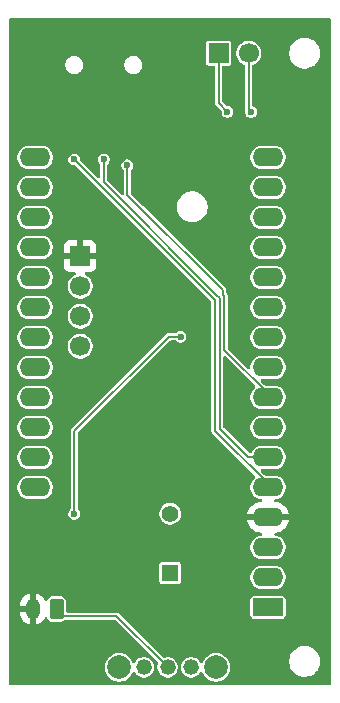
<source format=gtl>
G04 #@! TF.GenerationSoftware,KiCad,Pcbnew,9.0.2*
G04 #@! TF.CreationDate,2025-06-24T11:01:01+02:00*
G04 #@! TF.ProjectId,SenseMatePCB,53656e73-654d-4617-9465-5043422e6b69,rev?*
G04 #@! TF.SameCoordinates,Original*
G04 #@! TF.FileFunction,Copper,L1,Top*
G04 #@! TF.FilePolarity,Positive*
%FSLAX46Y46*%
G04 Gerber Fmt 4.6, Leading zero omitted, Abs format (unit mm)*
G04 Created by KiCad (PCBNEW 9.0.2) date 2025-06-24 11:01:01*
%MOMM*%
%LPD*%
G01*
G04 APERTURE LIST*
G04 Aperture macros list*
%AMRoundRect*
0 Rectangle with rounded corners*
0 $1 Rounding radius*
0 $2 $3 $4 $5 $6 $7 $8 $9 X,Y pos of 4 corners*
0 Add a 4 corners polygon primitive as box body*
4,1,4,$2,$3,$4,$5,$6,$7,$8,$9,$2,$3,0*
0 Add four circle primitives for the rounded corners*
1,1,$1+$1,$2,$3*
1,1,$1+$1,$4,$5*
1,1,$1+$1,$6,$7*
1,1,$1+$1,$8,$9*
0 Add four rect primitives between the rounded corners*
20,1,$1+$1,$2,$3,$4,$5,0*
20,1,$1+$1,$4,$5,$6,$7,0*
20,1,$1+$1,$6,$7,$8,$9,0*
20,1,$1+$1,$8,$9,$2,$3,0*%
G04 Aperture macros list end*
G04 #@! TA.AperFunction,ComponentPad*
%ADD10C,1.320800*%
G04 #@! TD*
G04 #@! TA.AperFunction,ComponentPad*
%ADD11C,2.006600*%
G04 #@! TD*
G04 #@! TA.AperFunction,ComponentPad*
%ADD12RoundRect,0.250000X1.050000X0.550000X-1.050000X0.550000X-1.050000X-0.550000X1.050000X-0.550000X0*%
G04 #@! TD*
G04 #@! TA.AperFunction,ComponentPad*
%ADD13O,2.600000X1.600000*%
G04 #@! TD*
G04 #@! TA.AperFunction,ComponentPad*
%ADD14R,1.700000X1.700000*%
G04 #@! TD*
G04 #@! TA.AperFunction,ComponentPad*
%ADD15C,1.700000*%
G04 #@! TD*
G04 #@! TA.AperFunction,ComponentPad*
%ADD16RoundRect,0.250000X0.350000X0.625000X-0.350000X0.625000X-0.350000X-0.625000X0.350000X-0.625000X0*%
G04 #@! TD*
G04 #@! TA.AperFunction,ComponentPad*
%ADD17O,1.200000X1.750000*%
G04 #@! TD*
G04 #@! TA.AperFunction,ComponentPad*
%ADD18R,1.422400X1.422400*%
G04 #@! TD*
G04 #@! TA.AperFunction,ComponentPad*
%ADD19C,1.422400*%
G04 #@! TD*
G04 #@! TA.AperFunction,ViaPad*
%ADD20C,0.600000*%
G04 #@! TD*
G04 #@! TA.AperFunction,Conductor*
%ADD21C,0.200000*%
G04 #@! TD*
G04 APERTURE END LIST*
D10*
X104900001Y-110500000D03*
X106900001Y-110500000D03*
X108900002Y-110500000D03*
D11*
X102800002Y-110500000D03*
X111000000Y-110500000D03*
D12*
X115413900Y-105417001D03*
D13*
X115413900Y-102877001D03*
X115413900Y-100337001D03*
X115413900Y-97797001D03*
X115413900Y-95257001D03*
X115413900Y-92717001D03*
X115413900Y-90177001D03*
X115413900Y-87637001D03*
X115413900Y-85097001D03*
X115413900Y-82557001D03*
X115413900Y-80017001D03*
X115413900Y-77477001D03*
X115413900Y-74937001D03*
X115413900Y-72397001D03*
X115413900Y-69857001D03*
X115413900Y-67317001D03*
X95693900Y-67317001D03*
X95693900Y-69857001D03*
X95693900Y-72397001D03*
X95693900Y-74937001D03*
X95693900Y-77477001D03*
X95693900Y-80017001D03*
X95693900Y-82557001D03*
X95693900Y-85097001D03*
X95693900Y-87637001D03*
X95693900Y-90177001D03*
X95693900Y-92717001D03*
X95693900Y-95257001D03*
D14*
X111225000Y-58500000D03*
D15*
X113765000Y-58500000D03*
D16*
X97500000Y-105550000D03*
D17*
X95500000Y-105550000D03*
D18*
X107125000Y-102500000D03*
D19*
X107125000Y-97500000D03*
D14*
X99500000Y-75690000D03*
D15*
X99500000Y-78230000D03*
X99500000Y-80770000D03*
X99500000Y-83310000D03*
D20*
X103500000Y-68000000D03*
X101500000Y-67500000D03*
X99000000Y-67500000D03*
X111975000Y-63475000D03*
X99000000Y-97500000D03*
X108000000Y-82500000D03*
X113975000Y-63475000D03*
D21*
X115713900Y-87637001D02*
X111713000Y-83636101D01*
X111713000Y-83636101D02*
X111713000Y-79078800D01*
X111567100Y-78932900D02*
X111567100Y-78567100D01*
X103500000Y-70500000D02*
X103500000Y-68000000D01*
X111567100Y-78567100D02*
X103500000Y-70500000D01*
X111713000Y-79078800D02*
X111567100Y-78932900D01*
X111312000Y-90288001D02*
X111312000Y-90000000D01*
X101500000Y-69432900D02*
X101500000Y-69000000D01*
X115713900Y-92717001D02*
X113741000Y-92717001D01*
X111312000Y-90000000D02*
X111312000Y-79244900D01*
X111312000Y-79244900D02*
X111033550Y-78966450D01*
X113741000Y-92717001D02*
X111312000Y-90288001D01*
X101500000Y-69000000D02*
X101500000Y-67500000D01*
X111033550Y-78966450D02*
X101500000Y-69432900D01*
X110911000Y-79411000D02*
X99000000Y-67500000D01*
X110911000Y-90454101D02*
X110911000Y-79411000D01*
X115713900Y-95257001D02*
X110911000Y-90454101D01*
X111225000Y-62725000D02*
X111225000Y-58500000D01*
X111975000Y-63475000D02*
X111225000Y-62725000D01*
X98119999Y-106169999D02*
X97500000Y-105550000D01*
X102570000Y-106169999D02*
X98119999Y-106169999D01*
X102570000Y-106169999D02*
X106900001Y-110500000D01*
X113765000Y-63265000D02*
X113765000Y-58500000D01*
X113975000Y-63475000D02*
X113765000Y-63265000D01*
X99000000Y-97500000D02*
X99000000Y-90500000D01*
X107000000Y-82500000D02*
X108000000Y-82500000D01*
X99000000Y-90500000D02*
X107000000Y-82500000D01*
G04 #@! TA.AperFunction,Conductor*
G36*
X120692539Y-55520185D02*
G01*
X120738294Y-55572989D01*
X120749500Y-55624500D01*
X120749500Y-111875500D01*
X120729815Y-111942539D01*
X120677011Y-111988294D01*
X120625500Y-111999500D01*
X93624500Y-111999500D01*
X93557461Y-111979815D01*
X93511706Y-111927011D01*
X93500500Y-111875500D01*
X93500500Y-110405259D01*
X101596202Y-110405259D01*
X101596202Y-110594740D01*
X101625844Y-110781891D01*
X101684395Y-110962096D01*
X101684396Y-110962099D01*
X101760920Y-111112284D01*
X101770420Y-111130929D01*
X101881795Y-111284223D01*
X102015779Y-111418207D01*
X102169073Y-111529582D01*
X102251879Y-111571773D01*
X102337902Y-111615605D01*
X102337905Y-111615606D01*
X102428007Y-111644881D01*
X102518112Y-111674158D01*
X102705261Y-111703800D01*
X102705262Y-111703800D01*
X102894742Y-111703800D01*
X102894743Y-111703800D01*
X103081892Y-111674158D01*
X103262101Y-111615605D01*
X103430931Y-111529582D01*
X103584225Y-111418207D01*
X103718209Y-111284223D01*
X103829584Y-111130929D01*
X103915607Y-110962099D01*
X103920939Y-110945687D01*
X103960375Y-110888011D01*
X104024733Y-110860812D01*
X104093580Y-110872724D01*
X104141973Y-110915112D01*
X104231295Y-111048791D01*
X104231298Y-111048795D01*
X104351205Y-111168702D01*
X104351209Y-111168705D01*
X104492205Y-111262916D01*
X104492209Y-111262918D01*
X104492212Y-111262920D01*
X104648886Y-111327817D01*
X104815205Y-111360899D01*
X104815209Y-111360900D01*
X104815210Y-111360900D01*
X104984793Y-111360900D01*
X104984794Y-111360899D01*
X105151116Y-111327817D01*
X105307790Y-111262920D01*
X105448793Y-111168705D01*
X105568706Y-111048792D01*
X105662921Y-110907789D01*
X105727818Y-110751115D01*
X105760901Y-110584791D01*
X105760901Y-110415209D01*
X105727818Y-110248885D01*
X105662921Y-110092211D01*
X105662919Y-110092208D01*
X105662917Y-110092204D01*
X105568706Y-109951208D01*
X105568703Y-109951204D01*
X105448796Y-109831297D01*
X105448792Y-109831294D01*
X105307796Y-109737083D01*
X105307786Y-109737078D01*
X105181858Y-109684917D01*
X105151116Y-109672183D01*
X105151112Y-109672182D01*
X105151108Y-109672181D01*
X104984796Y-109639100D01*
X104984792Y-109639100D01*
X104815210Y-109639100D01*
X104815205Y-109639100D01*
X104648893Y-109672181D01*
X104648883Y-109672184D01*
X104492215Y-109737078D01*
X104492205Y-109737083D01*
X104351209Y-109831294D01*
X104351205Y-109831297D01*
X104231298Y-109951204D01*
X104231295Y-109951208D01*
X104141973Y-110084887D01*
X104088360Y-110129692D01*
X104019035Y-110138399D01*
X103956008Y-110108244D01*
X103920940Y-110054313D01*
X103915609Y-110037906D01*
X103915607Y-110037900D01*
X103870346Y-109949071D01*
X103829584Y-109869071D01*
X103718209Y-109715777D01*
X103584225Y-109581793D01*
X103430931Y-109470418D01*
X103262101Y-109384394D01*
X103262098Y-109384393D01*
X103081893Y-109325842D01*
X102988317Y-109311021D01*
X102894743Y-109296200D01*
X102705261Y-109296200D01*
X102642878Y-109306080D01*
X102518110Y-109325842D01*
X102337905Y-109384393D01*
X102337902Y-109384394D01*
X102169072Y-109470418D01*
X102127282Y-109500781D01*
X102015779Y-109581793D01*
X102015777Y-109581795D01*
X102015776Y-109581795D01*
X101881797Y-109715774D01*
X101881797Y-109715775D01*
X101881795Y-109715777D01*
X101833963Y-109781610D01*
X101770420Y-109869070D01*
X101684396Y-110037900D01*
X101684395Y-110037903D01*
X101625844Y-110218108D01*
X101596202Y-110405259D01*
X93500500Y-110405259D01*
X93500500Y-105188428D01*
X94400000Y-105188428D01*
X94400000Y-105300000D01*
X95219670Y-105300000D01*
X95199925Y-105319745D01*
X95150556Y-105405255D01*
X95125000Y-105500630D01*
X95125000Y-105599370D01*
X95150556Y-105694745D01*
X95199925Y-105780255D01*
X95219670Y-105800000D01*
X94400000Y-105800000D01*
X94400000Y-105911571D01*
X94427085Y-106082584D01*
X94480591Y-106247257D01*
X94559195Y-106401524D01*
X94660967Y-106541602D01*
X94783397Y-106664032D01*
X94923475Y-106765804D01*
X95077744Y-106844408D01*
X95242415Y-106897914D01*
X95242414Y-106897914D01*
X95249999Y-106899115D01*
X95250000Y-106899114D01*
X95250000Y-105830330D01*
X95269745Y-105850075D01*
X95355255Y-105899444D01*
X95450630Y-105925000D01*
X95549370Y-105925000D01*
X95644745Y-105899444D01*
X95730255Y-105850075D01*
X95750000Y-105830330D01*
X95750000Y-106899115D01*
X95757584Y-106897914D01*
X95922255Y-106844408D01*
X96076524Y-106765804D01*
X96216602Y-106664032D01*
X96339032Y-106541602D01*
X96440804Y-106401524D01*
X96493579Y-106297948D01*
X96541554Y-106247152D01*
X96609375Y-106230357D01*
X96675509Y-106252894D01*
X96718961Y-106307609D01*
X96721105Y-106313288D01*
X96747206Y-106387880D01*
X96747207Y-106387882D01*
X96827850Y-106497150D01*
X96937118Y-106577793D01*
X96979845Y-106592744D01*
X97065299Y-106622646D01*
X97095730Y-106625500D01*
X97095734Y-106625500D01*
X97904270Y-106625500D01*
X97934699Y-106622646D01*
X97934701Y-106622646D01*
X97998790Y-106600219D01*
X98062882Y-106577793D01*
X98073200Y-106570177D01*
X98175431Y-106494729D01*
X98241060Y-106470758D01*
X98249064Y-106470499D01*
X102394167Y-106470499D01*
X102461206Y-106490184D01*
X102481848Y-106506818D01*
X106058038Y-110083008D01*
X106091523Y-110144331D01*
X106086539Y-110214023D01*
X106084918Y-110218141D01*
X106072186Y-110248877D01*
X106072182Y-110248892D01*
X106039101Y-110415204D01*
X106039101Y-110584795D01*
X106072182Y-110751107D01*
X106072185Y-110751117D01*
X106137079Y-110907785D01*
X106137084Y-110907795D01*
X106231295Y-111048791D01*
X106231298Y-111048795D01*
X106351205Y-111168702D01*
X106351209Y-111168705D01*
X106492205Y-111262916D01*
X106492209Y-111262918D01*
X106492212Y-111262920D01*
X106648886Y-111327817D01*
X106815205Y-111360899D01*
X106815209Y-111360900D01*
X106815210Y-111360900D01*
X106984793Y-111360900D01*
X106984794Y-111360899D01*
X107151116Y-111327817D01*
X107307790Y-111262920D01*
X107448793Y-111168705D01*
X107568706Y-111048792D01*
X107662921Y-110907789D01*
X107727818Y-110751115D01*
X107760901Y-110584791D01*
X107760901Y-110415209D01*
X107760900Y-110415204D01*
X108039102Y-110415204D01*
X108039102Y-110584795D01*
X108072183Y-110751107D01*
X108072186Y-110751117D01*
X108137080Y-110907785D01*
X108137085Y-110907795D01*
X108231296Y-111048791D01*
X108231299Y-111048795D01*
X108351206Y-111168702D01*
X108351210Y-111168705D01*
X108492206Y-111262916D01*
X108492210Y-111262918D01*
X108492213Y-111262920D01*
X108648887Y-111327817D01*
X108815206Y-111360899D01*
X108815210Y-111360900D01*
X108815211Y-111360900D01*
X108984794Y-111360900D01*
X108984795Y-111360899D01*
X109151117Y-111327817D01*
X109307791Y-111262920D01*
X109448794Y-111168705D01*
X109568707Y-111048792D01*
X109658028Y-110915114D01*
X109711640Y-110870308D01*
X109780965Y-110861601D01*
X109843992Y-110891755D01*
X109879060Y-110945682D01*
X109884394Y-110962097D01*
X109884394Y-110962099D01*
X109960918Y-111112284D01*
X109970418Y-111130929D01*
X110081793Y-111284223D01*
X110215777Y-111418207D01*
X110369071Y-111529582D01*
X110451877Y-111571773D01*
X110537900Y-111615605D01*
X110537903Y-111615606D01*
X110628005Y-111644881D01*
X110718110Y-111674158D01*
X110905259Y-111703800D01*
X110905260Y-111703800D01*
X111094740Y-111703800D01*
X111094741Y-111703800D01*
X111281890Y-111674158D01*
X111462099Y-111615605D01*
X111630929Y-111529582D01*
X111784223Y-111418207D01*
X111918207Y-111284223D01*
X112029582Y-111130929D01*
X112115605Y-110962099D01*
X112174158Y-110781890D01*
X112203800Y-110594741D01*
X112203800Y-110405259D01*
X112174158Y-110218110D01*
X112144643Y-110127270D01*
X112115606Y-110037903D01*
X112115604Y-110037900D01*
X112070344Y-109949071D01*
X112066565Y-109941655D01*
X112044143Y-109897648D01*
X117199500Y-109897648D01*
X117199500Y-110102351D01*
X117231522Y-110304534D01*
X117294781Y-110499223D01*
X117387715Y-110681613D01*
X117508028Y-110847213D01*
X117652786Y-110991971D01*
X117807749Y-111104556D01*
X117818390Y-111112287D01*
X117929111Y-111168702D01*
X118000776Y-111205218D01*
X118000778Y-111205218D01*
X118000781Y-111205220D01*
X118105137Y-111239127D01*
X118195465Y-111268477D01*
X118294881Y-111284223D01*
X118397648Y-111300500D01*
X118397649Y-111300500D01*
X118602351Y-111300500D01*
X118602352Y-111300500D01*
X118804534Y-111268477D01*
X118999219Y-111205220D01*
X119181610Y-111112287D01*
X119274590Y-111044732D01*
X119347213Y-110991971D01*
X119347215Y-110991968D01*
X119347219Y-110991966D01*
X119491966Y-110847219D01*
X119491968Y-110847215D01*
X119491971Y-110847213D01*
X119544732Y-110774590D01*
X119612287Y-110681610D01*
X119705220Y-110499219D01*
X119768477Y-110304534D01*
X119800500Y-110102352D01*
X119800500Y-109897648D01*
X119768477Y-109695466D01*
X119767476Y-109692386D01*
X119705218Y-109500776D01*
X119645918Y-109384395D01*
X119612287Y-109318390D01*
X119596165Y-109296200D01*
X119491971Y-109152786D01*
X119347213Y-109008028D01*
X119181613Y-108887715D01*
X119181612Y-108887714D01*
X119181610Y-108887713D01*
X119124653Y-108858691D01*
X118999223Y-108794781D01*
X118804534Y-108731522D01*
X118629995Y-108703878D01*
X118602352Y-108699500D01*
X118397648Y-108699500D01*
X118373329Y-108703351D01*
X118195465Y-108731522D01*
X118000776Y-108794781D01*
X117818386Y-108887715D01*
X117652786Y-109008028D01*
X117508028Y-109152786D01*
X117387715Y-109318386D01*
X117294781Y-109500776D01*
X117231522Y-109695465D01*
X117199500Y-109897648D01*
X112044143Y-109897648D01*
X112029582Y-109869071D01*
X111918207Y-109715777D01*
X111784223Y-109581793D01*
X111630929Y-109470418D01*
X111462099Y-109384394D01*
X111462096Y-109384393D01*
X111281891Y-109325842D01*
X111188315Y-109311021D01*
X111094741Y-109296200D01*
X110905259Y-109296200D01*
X110842876Y-109306080D01*
X110718108Y-109325842D01*
X110537903Y-109384393D01*
X110537900Y-109384394D01*
X110369070Y-109470418D01*
X110327280Y-109500781D01*
X110215777Y-109581793D01*
X110215775Y-109581795D01*
X110215774Y-109581795D01*
X110081795Y-109715774D01*
X110081795Y-109715775D01*
X110081793Y-109715777D01*
X110033961Y-109781610D01*
X109970418Y-109869070D01*
X109884394Y-110037900D01*
X109884392Y-110037906D01*
X109879059Y-110054319D01*
X109839619Y-110111992D01*
X109775259Y-110139187D01*
X109706413Y-110127270D01*
X109658028Y-110084886D01*
X109568707Y-109951208D01*
X109568704Y-109951204D01*
X109448797Y-109831297D01*
X109448793Y-109831294D01*
X109307797Y-109737083D01*
X109307787Y-109737078D01*
X109181859Y-109684917D01*
X109151117Y-109672183D01*
X109151113Y-109672182D01*
X109151109Y-109672181D01*
X108984797Y-109639100D01*
X108984793Y-109639100D01*
X108815211Y-109639100D01*
X108815206Y-109639100D01*
X108648894Y-109672181D01*
X108648884Y-109672184D01*
X108492216Y-109737078D01*
X108492206Y-109737083D01*
X108351210Y-109831294D01*
X108351206Y-109831297D01*
X108231299Y-109951204D01*
X108231296Y-109951208D01*
X108137085Y-110092204D01*
X108137080Y-110092214D01*
X108072186Y-110248882D01*
X108072183Y-110248892D01*
X108039102Y-110415204D01*
X107760900Y-110415204D01*
X107727818Y-110248885D01*
X107662921Y-110092211D01*
X107662919Y-110092208D01*
X107662917Y-110092204D01*
X107568706Y-109951208D01*
X107568703Y-109951204D01*
X107448796Y-109831297D01*
X107448792Y-109831294D01*
X107307796Y-109737083D01*
X107307786Y-109737078D01*
X107181858Y-109684917D01*
X107151116Y-109672183D01*
X107151112Y-109672182D01*
X107151108Y-109672181D01*
X106984796Y-109639100D01*
X106984792Y-109639100D01*
X106815210Y-109639100D01*
X106815205Y-109639100D01*
X106648893Y-109672181D01*
X106648878Y-109672185D01*
X106618142Y-109684917D01*
X106548672Y-109692386D01*
X106486193Y-109661110D01*
X106483009Y-109658037D01*
X102754512Y-105929540D01*
X102754504Y-105929534D01*
X102685995Y-105889981D01*
X102685990Y-105889978D01*
X102660513Y-105883151D01*
X102609562Y-105869499D01*
X102609560Y-105869499D01*
X98424500Y-105869499D01*
X98357461Y-105849814D01*
X98311706Y-105797010D01*
X98300500Y-105745499D01*
X98300500Y-104870730D01*
X98297646Y-104840299D01*
X98287999Y-104812731D01*
X113913400Y-104812731D01*
X113913400Y-106021270D01*
X113916253Y-106051700D01*
X113916253Y-106051702D01*
X113961106Y-106179881D01*
X113961107Y-106179883D01*
X114041750Y-106289151D01*
X114151018Y-106369794D01*
X114193745Y-106384745D01*
X114279199Y-106414647D01*
X114309630Y-106417501D01*
X114309634Y-106417501D01*
X116518170Y-106417501D01*
X116548599Y-106414647D01*
X116548601Y-106414647D01*
X116625095Y-106387880D01*
X116676782Y-106369794D01*
X116786050Y-106289151D01*
X116866693Y-106179883D01*
X116889119Y-106115791D01*
X116911546Y-106051702D01*
X116911546Y-106051700D01*
X116914400Y-106021270D01*
X116914400Y-104812731D01*
X116911546Y-104782301D01*
X116911546Y-104782299D01*
X116866693Y-104654120D01*
X116866692Y-104654118D01*
X116786050Y-104544851D01*
X116676782Y-104464208D01*
X116676780Y-104464207D01*
X116548600Y-104419354D01*
X116518170Y-104416501D01*
X116518166Y-104416501D01*
X114309634Y-104416501D01*
X114309630Y-104416501D01*
X114279200Y-104419354D01*
X114279198Y-104419354D01*
X114151019Y-104464207D01*
X114151017Y-104464208D01*
X114041750Y-104544851D01*
X113961107Y-104654118D01*
X113961106Y-104654120D01*
X113916253Y-104782299D01*
X113916253Y-104782301D01*
X113913400Y-104812731D01*
X98287999Y-104812731D01*
X98252793Y-104712119D01*
X98252792Y-104712117D01*
X98242724Y-104698475D01*
X98172150Y-104602850D01*
X98062882Y-104522207D01*
X98062880Y-104522206D01*
X97934700Y-104477353D01*
X97904270Y-104474500D01*
X97904266Y-104474500D01*
X97095734Y-104474500D01*
X97095730Y-104474500D01*
X97065300Y-104477353D01*
X97065298Y-104477353D01*
X96937119Y-104522206D01*
X96937117Y-104522207D01*
X96827850Y-104602850D01*
X96747207Y-104712117D01*
X96721105Y-104786712D01*
X96680383Y-104843487D01*
X96615430Y-104869234D01*
X96546868Y-104855777D01*
X96496466Y-104807389D01*
X96493579Y-104802051D01*
X96440804Y-104698475D01*
X96339032Y-104558397D01*
X96216602Y-104435967D01*
X96076524Y-104334195D01*
X95922257Y-104255591D01*
X95757589Y-104202087D01*
X95757581Y-104202085D01*
X95750000Y-104200884D01*
X95750000Y-105269670D01*
X95730255Y-105249925D01*
X95644745Y-105200556D01*
X95549370Y-105175000D01*
X95450630Y-105175000D01*
X95355255Y-105200556D01*
X95269745Y-105249925D01*
X95250000Y-105269670D01*
X95250000Y-104200884D01*
X95249999Y-104200884D01*
X95242418Y-104202085D01*
X95242410Y-104202087D01*
X95077742Y-104255591D01*
X94923475Y-104334195D01*
X94783397Y-104435967D01*
X94660967Y-104558397D01*
X94559195Y-104698475D01*
X94480591Y-104852742D01*
X94427085Y-105017415D01*
X94400000Y-105188428D01*
X93500500Y-105188428D01*
X93500500Y-101769047D01*
X106213300Y-101769047D01*
X106213300Y-103230952D01*
X106224931Y-103289429D01*
X106224932Y-103289430D01*
X106269247Y-103355752D01*
X106335569Y-103400067D01*
X106335570Y-103400068D01*
X106394047Y-103411699D01*
X106394050Y-103411700D01*
X106394052Y-103411700D01*
X107855950Y-103411700D01*
X107855951Y-103411699D01*
X107870768Y-103408752D01*
X107914429Y-103400068D01*
X107914429Y-103400067D01*
X107914431Y-103400067D01*
X107980752Y-103355752D01*
X108025067Y-103289431D01*
X108025067Y-103289429D01*
X108025068Y-103289429D01*
X108036699Y-103230952D01*
X108036700Y-103230950D01*
X108036700Y-102975544D01*
X113913399Y-102975544D01*
X113951847Y-103168830D01*
X113951850Y-103168840D01*
X114027264Y-103350908D01*
X114027271Y-103350921D01*
X114136760Y-103514782D01*
X114136763Y-103514786D01*
X114276114Y-103654137D01*
X114276118Y-103654140D01*
X114439979Y-103763629D01*
X114439992Y-103763636D01*
X114622060Y-103839050D01*
X114622065Y-103839052D01*
X114622069Y-103839052D01*
X114622070Y-103839053D01*
X114815356Y-103877501D01*
X114815359Y-103877501D01*
X116012443Y-103877501D01*
X116142482Y-103851633D01*
X116205735Y-103839052D01*
X116387814Y-103763633D01*
X116551682Y-103654140D01*
X116691039Y-103514783D01*
X116800532Y-103350915D01*
X116875951Y-103168836D01*
X116914400Y-102975542D01*
X116914400Y-102778460D01*
X116914400Y-102778457D01*
X116875952Y-102585171D01*
X116875951Y-102585170D01*
X116875951Y-102585166D01*
X116875949Y-102585161D01*
X116800535Y-102403093D01*
X116800528Y-102403080D01*
X116691039Y-102239219D01*
X116691036Y-102239215D01*
X116551685Y-102099864D01*
X116551681Y-102099861D01*
X116387820Y-101990372D01*
X116387807Y-101990365D01*
X116205739Y-101914951D01*
X116205729Y-101914948D01*
X116012443Y-101876501D01*
X116012441Y-101876501D01*
X114815359Y-101876501D01*
X114815357Y-101876501D01*
X114622070Y-101914948D01*
X114622060Y-101914951D01*
X114439992Y-101990365D01*
X114439979Y-101990372D01*
X114276118Y-102099861D01*
X114276114Y-102099864D01*
X114136763Y-102239215D01*
X114136760Y-102239219D01*
X114027271Y-102403080D01*
X114027264Y-102403093D01*
X113951850Y-102585161D01*
X113951847Y-102585171D01*
X113913400Y-102778457D01*
X113913400Y-102778460D01*
X113913400Y-102975542D01*
X113913400Y-102975544D01*
X113913399Y-102975544D01*
X108036700Y-102975544D01*
X108036700Y-101769049D01*
X108036699Y-101769047D01*
X108025068Y-101710570D01*
X108025067Y-101710569D01*
X107980752Y-101644247D01*
X107914430Y-101599932D01*
X107914429Y-101599931D01*
X107855952Y-101588300D01*
X107855948Y-101588300D01*
X106394052Y-101588300D01*
X106394047Y-101588300D01*
X106335570Y-101599931D01*
X106335569Y-101599932D01*
X106269247Y-101644247D01*
X106224932Y-101710569D01*
X106224931Y-101710570D01*
X106213300Y-101769047D01*
X93500500Y-101769047D01*
X93500500Y-97434108D01*
X98499500Y-97434108D01*
X98499500Y-97565891D01*
X98533608Y-97693187D01*
X98555541Y-97731175D01*
X98599500Y-97807314D01*
X98692686Y-97900500D01*
X98806814Y-97966392D01*
X98934108Y-98000500D01*
X98934110Y-98000500D01*
X99065890Y-98000500D01*
X99065892Y-98000500D01*
X99193186Y-97966392D01*
X99307314Y-97900500D01*
X99400500Y-97807314D01*
X99466392Y-97693186D01*
X99500500Y-97565892D01*
X99500500Y-97434108D01*
X99494094Y-97410200D01*
X106213300Y-97410200D01*
X106213300Y-97589799D01*
X106248334Y-97765925D01*
X106248336Y-97765933D01*
X106317060Y-97931850D01*
X106416836Y-98081174D01*
X106416839Y-98081178D01*
X106543821Y-98208160D01*
X106543825Y-98208163D01*
X106693149Y-98307939D01*
X106776107Y-98342301D01*
X106859067Y-98376664D01*
X107035200Y-98411699D01*
X107035203Y-98411700D01*
X107035205Y-98411700D01*
X107214797Y-98411700D01*
X107214798Y-98411699D01*
X107390933Y-98376664D01*
X107556852Y-98307938D01*
X107706175Y-98208163D01*
X107833163Y-98081175D01*
X107932938Y-97931852D01*
X108001664Y-97765933D01*
X108036700Y-97589795D01*
X108036700Y-97410205D01*
X108036700Y-97410202D01*
X108036699Y-97410200D01*
X108001665Y-97234074D01*
X108001664Y-97234067D01*
X107967301Y-97151107D01*
X107932939Y-97068149D01*
X107833163Y-96918825D01*
X107833160Y-96918821D01*
X107706178Y-96791839D01*
X107706174Y-96791836D01*
X107556850Y-96692060D01*
X107390933Y-96623336D01*
X107390925Y-96623334D01*
X107214798Y-96588300D01*
X107214795Y-96588300D01*
X107035205Y-96588300D01*
X107035202Y-96588300D01*
X106859074Y-96623334D01*
X106859066Y-96623336D01*
X106693149Y-96692060D01*
X106543825Y-96791836D01*
X106543821Y-96791839D01*
X106416839Y-96918821D01*
X106416836Y-96918825D01*
X106317060Y-97068149D01*
X106248336Y-97234066D01*
X106248334Y-97234074D01*
X106213300Y-97410200D01*
X99494094Y-97410200D01*
X99466392Y-97306814D01*
X99461286Y-97297971D01*
X99424391Y-97234067D01*
X99400500Y-97192686D01*
X99336818Y-97129004D01*
X99303334Y-97067680D01*
X99300500Y-97041323D01*
X99300500Y-90675833D01*
X99320185Y-90608794D01*
X99336819Y-90588152D01*
X107088152Y-82836819D01*
X107149475Y-82803334D01*
X107175833Y-82800500D01*
X107541324Y-82800500D01*
X107608363Y-82820185D01*
X107629005Y-82836819D01*
X107692686Y-82900500D01*
X107806814Y-82966392D01*
X107934108Y-83000500D01*
X107934110Y-83000500D01*
X108065890Y-83000500D01*
X108065892Y-83000500D01*
X108193186Y-82966392D01*
X108307314Y-82900500D01*
X108400500Y-82807314D01*
X108466392Y-82693186D01*
X108500500Y-82565892D01*
X108500500Y-82434108D01*
X108466392Y-82306814D01*
X108400500Y-82192686D01*
X108307314Y-82099500D01*
X108250250Y-82066554D01*
X108193187Y-82033608D01*
X108129539Y-82016554D01*
X108065892Y-81999500D01*
X107934108Y-81999500D01*
X107806812Y-82033608D01*
X107692686Y-82099500D01*
X107692683Y-82099502D01*
X107629005Y-82163181D01*
X107567682Y-82196666D01*
X107541324Y-82199500D01*
X106960438Y-82199500D01*
X106909486Y-82213152D01*
X106884010Y-82219979D01*
X106824934Y-82254087D01*
X106824933Y-82254086D01*
X106815492Y-82259537D01*
X106815487Y-82259541D01*
X98759541Y-90315487D01*
X98759535Y-90315495D01*
X98719982Y-90384004D01*
X98719979Y-90384009D01*
X98699500Y-90460439D01*
X98699500Y-97041323D01*
X98679815Y-97108362D01*
X98663182Y-97129004D01*
X98599500Y-97192686D01*
X98533608Y-97306812D01*
X98499500Y-97434108D01*
X93500500Y-97434108D01*
X93500500Y-95355544D01*
X94193399Y-95355544D01*
X94231847Y-95548830D01*
X94231850Y-95548840D01*
X94307264Y-95730908D01*
X94307271Y-95730921D01*
X94416760Y-95894782D01*
X94416763Y-95894786D01*
X94556114Y-96034137D01*
X94556118Y-96034140D01*
X94719979Y-96143629D01*
X94719992Y-96143636D01*
X94902060Y-96219050D01*
X94902065Y-96219052D01*
X94902069Y-96219052D01*
X94902070Y-96219053D01*
X95095356Y-96257501D01*
X95095359Y-96257501D01*
X96292443Y-96257501D01*
X96422482Y-96231633D01*
X96485735Y-96219052D01*
X96667814Y-96143633D01*
X96831682Y-96034140D01*
X96971039Y-95894783D01*
X97080532Y-95730915D01*
X97155951Y-95548836D01*
X97194400Y-95355542D01*
X97194400Y-95158460D01*
X97194400Y-95158457D01*
X97155952Y-94965171D01*
X97155951Y-94965170D01*
X97155951Y-94965166D01*
X97155949Y-94965161D01*
X97080535Y-94783093D01*
X97080528Y-94783080D01*
X96971039Y-94619219D01*
X96971036Y-94619215D01*
X96831685Y-94479864D01*
X96831681Y-94479861D01*
X96667820Y-94370372D01*
X96667807Y-94370365D01*
X96485739Y-94294951D01*
X96485729Y-94294948D01*
X96292443Y-94256501D01*
X96292441Y-94256501D01*
X95095359Y-94256501D01*
X95095357Y-94256501D01*
X94902070Y-94294948D01*
X94902060Y-94294951D01*
X94719992Y-94370365D01*
X94719979Y-94370372D01*
X94556118Y-94479861D01*
X94556114Y-94479864D01*
X94416763Y-94619215D01*
X94416760Y-94619219D01*
X94307271Y-94783080D01*
X94307264Y-94783093D01*
X94231850Y-94965161D01*
X94231847Y-94965171D01*
X94193400Y-95158457D01*
X94193400Y-95158460D01*
X94193400Y-95355542D01*
X94193400Y-95355544D01*
X94193399Y-95355544D01*
X93500500Y-95355544D01*
X93500500Y-92815544D01*
X94193399Y-92815544D01*
X94231847Y-93008830D01*
X94231850Y-93008840D01*
X94307264Y-93190908D01*
X94307271Y-93190921D01*
X94416760Y-93354782D01*
X94416763Y-93354786D01*
X94556114Y-93494137D01*
X94556118Y-93494140D01*
X94719979Y-93603629D01*
X94719992Y-93603636D01*
X94902060Y-93679050D01*
X94902065Y-93679052D01*
X94902069Y-93679052D01*
X94902070Y-93679053D01*
X95095356Y-93717501D01*
X95095359Y-93717501D01*
X96292443Y-93717501D01*
X96422482Y-93691633D01*
X96485735Y-93679052D01*
X96667814Y-93603633D01*
X96831682Y-93494140D01*
X96971039Y-93354783D01*
X97080532Y-93190915D01*
X97155951Y-93008836D01*
X97194400Y-92815542D01*
X97194400Y-92618460D01*
X97194400Y-92618457D01*
X97155952Y-92425171D01*
X97155951Y-92425170D01*
X97155951Y-92425166D01*
X97132211Y-92367852D01*
X97080535Y-92243093D01*
X97080528Y-92243080D01*
X96971039Y-92079219D01*
X96971036Y-92079215D01*
X96831685Y-91939864D01*
X96831681Y-91939861D01*
X96667820Y-91830372D01*
X96667807Y-91830365D01*
X96485739Y-91754951D01*
X96485729Y-91754948D01*
X96292443Y-91716501D01*
X96292441Y-91716501D01*
X95095359Y-91716501D01*
X95095357Y-91716501D01*
X94902070Y-91754948D01*
X94902060Y-91754951D01*
X94719992Y-91830365D01*
X94719979Y-91830372D01*
X94556118Y-91939861D01*
X94556114Y-91939864D01*
X94416763Y-92079215D01*
X94416760Y-92079219D01*
X94307271Y-92243080D01*
X94307264Y-92243093D01*
X94231850Y-92425161D01*
X94231847Y-92425171D01*
X94193400Y-92618457D01*
X94193400Y-92618460D01*
X94193400Y-92815542D01*
X94193400Y-92815544D01*
X94193399Y-92815544D01*
X93500500Y-92815544D01*
X93500500Y-90275544D01*
X94193399Y-90275544D01*
X94231847Y-90468830D01*
X94231850Y-90468840D01*
X94307264Y-90650908D01*
X94307271Y-90650921D01*
X94416760Y-90814782D01*
X94416763Y-90814786D01*
X94556114Y-90954137D01*
X94556118Y-90954140D01*
X94719979Y-91063629D01*
X94719992Y-91063636D01*
X94902060Y-91139050D01*
X94902065Y-91139052D01*
X94902069Y-91139052D01*
X94902070Y-91139053D01*
X95095356Y-91177501D01*
X95095359Y-91177501D01*
X96292443Y-91177501D01*
X96422482Y-91151633D01*
X96485735Y-91139052D01*
X96667814Y-91063633D01*
X96831682Y-90954140D01*
X96971039Y-90814783D01*
X97080532Y-90650915D01*
X97155951Y-90468836D01*
X97186454Y-90315489D01*
X97194400Y-90275544D01*
X97194400Y-90078457D01*
X97155952Y-89885171D01*
X97155951Y-89885170D01*
X97155951Y-89885166D01*
X97155949Y-89885161D01*
X97080535Y-89703093D01*
X97080528Y-89703080D01*
X96971039Y-89539219D01*
X96971036Y-89539215D01*
X96831685Y-89399864D01*
X96831681Y-89399861D01*
X96667820Y-89290372D01*
X96667807Y-89290365D01*
X96485739Y-89214951D01*
X96485729Y-89214948D01*
X96292443Y-89176501D01*
X96292441Y-89176501D01*
X95095359Y-89176501D01*
X95095357Y-89176501D01*
X94902070Y-89214948D01*
X94902060Y-89214951D01*
X94719992Y-89290365D01*
X94719979Y-89290372D01*
X94556118Y-89399861D01*
X94556114Y-89399864D01*
X94416763Y-89539215D01*
X94416760Y-89539219D01*
X94307271Y-89703080D01*
X94307264Y-89703093D01*
X94231850Y-89885161D01*
X94231847Y-89885171D01*
X94193400Y-90078457D01*
X94193400Y-90078460D01*
X94193400Y-90275542D01*
X94193400Y-90275544D01*
X94193399Y-90275544D01*
X93500500Y-90275544D01*
X93500500Y-87735544D01*
X94193399Y-87735544D01*
X94231847Y-87928830D01*
X94231850Y-87928840D01*
X94307264Y-88110908D01*
X94307271Y-88110921D01*
X94416760Y-88274782D01*
X94416763Y-88274786D01*
X94556114Y-88414137D01*
X94556118Y-88414140D01*
X94719979Y-88523629D01*
X94719992Y-88523636D01*
X94902060Y-88599050D01*
X94902065Y-88599052D01*
X94902069Y-88599052D01*
X94902070Y-88599053D01*
X95095356Y-88637501D01*
X95095359Y-88637501D01*
X96292443Y-88637501D01*
X96422482Y-88611633D01*
X96485735Y-88599052D01*
X96667814Y-88523633D01*
X96831682Y-88414140D01*
X96971039Y-88274783D01*
X97080532Y-88110915D01*
X97155951Y-87928836D01*
X97194400Y-87735542D01*
X97194400Y-87538460D01*
X97194400Y-87538457D01*
X97155952Y-87345171D01*
X97155951Y-87345170D01*
X97155951Y-87345166D01*
X97155949Y-87345161D01*
X97080535Y-87163093D01*
X97080528Y-87163080D01*
X96971039Y-86999219D01*
X96971036Y-86999215D01*
X96831685Y-86859864D01*
X96831681Y-86859861D01*
X96667820Y-86750372D01*
X96667807Y-86750365D01*
X96485739Y-86674951D01*
X96485729Y-86674948D01*
X96292443Y-86636501D01*
X96292441Y-86636501D01*
X95095359Y-86636501D01*
X95095357Y-86636501D01*
X94902070Y-86674948D01*
X94902060Y-86674951D01*
X94719992Y-86750365D01*
X94719979Y-86750372D01*
X94556118Y-86859861D01*
X94556114Y-86859864D01*
X94416763Y-86999215D01*
X94416760Y-86999219D01*
X94307271Y-87163080D01*
X94307264Y-87163093D01*
X94231850Y-87345161D01*
X94231847Y-87345171D01*
X94193400Y-87538457D01*
X94193400Y-87538460D01*
X94193400Y-87735542D01*
X94193400Y-87735544D01*
X94193399Y-87735544D01*
X93500500Y-87735544D01*
X93500500Y-85195544D01*
X94193399Y-85195544D01*
X94231847Y-85388830D01*
X94231850Y-85388840D01*
X94307264Y-85570908D01*
X94307271Y-85570921D01*
X94416760Y-85734782D01*
X94416763Y-85734786D01*
X94556114Y-85874137D01*
X94556118Y-85874140D01*
X94719979Y-85983629D01*
X94719992Y-85983636D01*
X94902060Y-86059050D01*
X94902065Y-86059052D01*
X94902069Y-86059052D01*
X94902070Y-86059053D01*
X95095356Y-86097501D01*
X95095359Y-86097501D01*
X96292443Y-86097501D01*
X96422482Y-86071633D01*
X96485735Y-86059052D01*
X96667814Y-85983633D01*
X96831682Y-85874140D01*
X96971039Y-85734783D01*
X97080532Y-85570915D01*
X97155951Y-85388836D01*
X97188548Y-85224962D01*
X97194400Y-85195544D01*
X97194400Y-84998457D01*
X97155952Y-84805171D01*
X97155951Y-84805170D01*
X97155951Y-84805166D01*
X97155949Y-84805161D01*
X97080535Y-84623093D01*
X97080528Y-84623080D01*
X96971039Y-84459219D01*
X96971036Y-84459215D01*
X96831685Y-84319864D01*
X96831681Y-84319861D01*
X96667820Y-84210372D01*
X96667807Y-84210365D01*
X96485739Y-84134951D01*
X96485729Y-84134948D01*
X96292443Y-84096501D01*
X96292441Y-84096501D01*
X95095359Y-84096501D01*
X95095357Y-84096501D01*
X94902070Y-84134948D01*
X94902060Y-84134951D01*
X94719992Y-84210365D01*
X94719979Y-84210372D01*
X94556118Y-84319861D01*
X94556114Y-84319864D01*
X94416763Y-84459215D01*
X94416760Y-84459219D01*
X94307271Y-84623080D01*
X94307264Y-84623093D01*
X94231850Y-84805161D01*
X94231847Y-84805171D01*
X94193400Y-84998457D01*
X94193400Y-84998460D01*
X94193400Y-85195542D01*
X94193400Y-85195544D01*
X94193399Y-85195544D01*
X93500500Y-85195544D01*
X93500500Y-82655544D01*
X94193399Y-82655544D01*
X94231847Y-82848830D01*
X94231850Y-82848840D01*
X94307264Y-83030908D01*
X94307271Y-83030921D01*
X94416760Y-83194782D01*
X94416763Y-83194786D01*
X94556114Y-83334137D01*
X94556118Y-83334140D01*
X94719979Y-83443629D01*
X94719992Y-83443636D01*
X94902060Y-83519050D01*
X94902065Y-83519052D01*
X94902069Y-83519052D01*
X94902070Y-83519053D01*
X95095356Y-83557501D01*
X95095359Y-83557501D01*
X96292443Y-83557501D01*
X96422482Y-83531633D01*
X96485735Y-83519052D01*
X96667814Y-83443633D01*
X96831682Y-83334140D01*
X96959292Y-83206530D01*
X98449500Y-83206530D01*
X98449500Y-83413469D01*
X98489868Y-83616412D01*
X98489870Y-83616420D01*
X98569058Y-83807596D01*
X98684024Y-83979657D01*
X98830342Y-84125975D01*
X98830345Y-84125977D01*
X99002402Y-84240941D01*
X99193580Y-84320130D01*
X99396530Y-84360499D01*
X99396534Y-84360500D01*
X99396535Y-84360500D01*
X99603466Y-84360500D01*
X99603467Y-84360499D01*
X99806420Y-84320130D01*
X99997598Y-84240941D01*
X100169655Y-84125977D01*
X100315977Y-83979655D01*
X100430941Y-83807598D01*
X100510130Y-83616420D01*
X100550500Y-83413465D01*
X100550500Y-83206535D01*
X100510130Y-83003580D01*
X100430941Y-82812402D01*
X100315977Y-82640345D01*
X100315975Y-82640342D01*
X100169657Y-82494024D01*
X100079985Y-82434108D01*
X99997598Y-82379059D01*
X99806420Y-82299870D01*
X99806412Y-82299868D01*
X99603469Y-82259500D01*
X99603465Y-82259500D01*
X99396535Y-82259500D01*
X99396530Y-82259500D01*
X99193587Y-82299868D01*
X99193579Y-82299870D01*
X99002403Y-82379058D01*
X98830342Y-82494024D01*
X98684024Y-82640342D01*
X98569058Y-82812403D01*
X98489870Y-83003579D01*
X98489868Y-83003587D01*
X98449500Y-83206530D01*
X96959292Y-83206530D01*
X96971039Y-83194783D01*
X97080532Y-83030915D01*
X97155951Y-82848836D01*
X97194400Y-82655542D01*
X97194400Y-82458460D01*
X97194400Y-82458457D01*
X97155952Y-82265171D01*
X97155951Y-82265170D01*
X97155951Y-82265166D01*
X97137234Y-82219979D01*
X97080535Y-82083093D01*
X97080528Y-82083080D01*
X96971039Y-81919219D01*
X96971036Y-81919215D01*
X96831685Y-81779864D01*
X96831681Y-81779861D01*
X96667820Y-81670372D01*
X96667807Y-81670365D01*
X96485739Y-81594951D01*
X96485729Y-81594948D01*
X96292443Y-81556501D01*
X96292441Y-81556501D01*
X95095359Y-81556501D01*
X95095357Y-81556501D01*
X94902070Y-81594948D01*
X94902060Y-81594951D01*
X94719992Y-81670365D01*
X94719979Y-81670372D01*
X94556118Y-81779861D01*
X94556114Y-81779864D01*
X94416763Y-81919215D01*
X94416760Y-81919219D01*
X94307271Y-82083080D01*
X94307264Y-82083093D01*
X94231850Y-82265161D01*
X94231847Y-82265171D01*
X94193400Y-82458457D01*
X94193400Y-82458460D01*
X94193400Y-82655542D01*
X94193400Y-82655544D01*
X94193399Y-82655544D01*
X93500500Y-82655544D01*
X93500500Y-80115544D01*
X94193399Y-80115544D01*
X94231847Y-80308830D01*
X94231850Y-80308840D01*
X94307264Y-80490908D01*
X94307271Y-80490921D01*
X94416760Y-80654782D01*
X94416763Y-80654786D01*
X94556114Y-80794137D01*
X94556118Y-80794140D01*
X94719979Y-80903629D01*
X94719992Y-80903636D01*
X94902060Y-80979050D01*
X94902065Y-80979052D01*
X94902069Y-80979052D01*
X94902070Y-80979053D01*
X95095356Y-81017501D01*
X95095359Y-81017501D01*
X96292443Y-81017501D01*
X96422482Y-80991633D01*
X96485735Y-80979052D01*
X96667814Y-80903633D01*
X96831682Y-80794140D01*
X96959292Y-80666530D01*
X98449500Y-80666530D01*
X98449500Y-80873469D01*
X98489868Y-81076412D01*
X98489870Y-81076420D01*
X98569058Y-81267596D01*
X98684024Y-81439657D01*
X98830342Y-81585975D01*
X98830345Y-81585977D01*
X99002402Y-81700941D01*
X99193580Y-81780130D01*
X99396530Y-81820499D01*
X99396534Y-81820500D01*
X99396535Y-81820500D01*
X99603466Y-81820500D01*
X99603467Y-81820499D01*
X99806420Y-81780130D01*
X99997598Y-81700941D01*
X100169655Y-81585977D01*
X100315977Y-81439655D01*
X100430941Y-81267598D01*
X100510130Y-81076420D01*
X100550500Y-80873465D01*
X100550500Y-80666535D01*
X100510130Y-80463580D01*
X100430941Y-80272402D01*
X100315977Y-80100345D01*
X100315975Y-80100342D01*
X100169657Y-79954024D01*
X100083626Y-79896541D01*
X99997598Y-79839059D01*
X99806420Y-79759870D01*
X99806412Y-79759868D01*
X99603469Y-79719500D01*
X99603465Y-79719500D01*
X99396535Y-79719500D01*
X99396530Y-79719500D01*
X99193587Y-79759868D01*
X99193579Y-79759870D01*
X99002403Y-79839058D01*
X98830342Y-79954024D01*
X98684024Y-80100342D01*
X98569058Y-80272403D01*
X98489870Y-80463579D01*
X98489868Y-80463587D01*
X98449500Y-80666530D01*
X96959292Y-80666530D01*
X96971039Y-80654783D01*
X97080532Y-80490915D01*
X97155951Y-80308836D01*
X97194400Y-80115542D01*
X97194400Y-79918460D01*
X97194400Y-79918457D01*
X97155952Y-79725171D01*
X97155951Y-79725170D01*
X97155951Y-79725166D01*
X97098652Y-79586833D01*
X97080535Y-79543093D01*
X97080528Y-79543080D01*
X96971039Y-79379219D01*
X96971036Y-79379215D01*
X96831685Y-79239864D01*
X96831681Y-79239861D01*
X96667820Y-79130372D01*
X96667807Y-79130365D01*
X96485739Y-79054951D01*
X96485729Y-79054948D01*
X96292443Y-79016501D01*
X96292441Y-79016501D01*
X95095359Y-79016501D01*
X95095357Y-79016501D01*
X94902070Y-79054948D01*
X94902060Y-79054951D01*
X94719992Y-79130365D01*
X94719979Y-79130372D01*
X94556118Y-79239861D01*
X94556114Y-79239864D01*
X94416763Y-79379215D01*
X94416760Y-79379219D01*
X94307271Y-79543080D01*
X94307264Y-79543093D01*
X94231850Y-79725161D01*
X94231847Y-79725171D01*
X94193400Y-79918457D01*
X94193400Y-79918460D01*
X94193400Y-80115542D01*
X94193400Y-80115544D01*
X94193399Y-80115544D01*
X93500500Y-80115544D01*
X93500500Y-77575544D01*
X94193399Y-77575544D01*
X94231847Y-77768830D01*
X94231850Y-77768840D01*
X94307264Y-77950908D01*
X94307271Y-77950921D01*
X94416760Y-78114782D01*
X94416763Y-78114786D01*
X94556114Y-78254137D01*
X94556118Y-78254140D01*
X94719979Y-78363629D01*
X94719992Y-78363636D01*
X94902060Y-78439050D01*
X94902065Y-78439052D01*
X94902069Y-78439052D01*
X94902070Y-78439053D01*
X95095356Y-78477501D01*
X95095359Y-78477501D01*
X96292443Y-78477501D01*
X96425146Y-78451104D01*
X96485735Y-78439052D01*
X96667814Y-78363633D01*
X96831682Y-78254140D01*
X96971039Y-78114783D01*
X97080532Y-77950915D01*
X97155951Y-77768836D01*
X97194400Y-77575542D01*
X97194400Y-77378460D01*
X97194400Y-77378457D01*
X97155952Y-77185171D01*
X97155951Y-77185170D01*
X97155951Y-77185166D01*
X97149017Y-77168426D01*
X97080535Y-77003093D01*
X97080528Y-77003080D01*
X96971039Y-76839219D01*
X96971036Y-76839215D01*
X96831685Y-76699864D01*
X96831681Y-76699861D01*
X96667820Y-76590372D01*
X96667807Y-76590365D01*
X96485739Y-76514951D01*
X96485729Y-76514948D01*
X96292443Y-76476501D01*
X96292441Y-76476501D01*
X95095359Y-76476501D01*
X95095357Y-76476501D01*
X94902070Y-76514948D01*
X94902060Y-76514951D01*
X94719992Y-76590365D01*
X94719979Y-76590372D01*
X94556118Y-76699861D01*
X94556114Y-76699864D01*
X94416763Y-76839215D01*
X94416760Y-76839219D01*
X94307271Y-77003080D01*
X94307264Y-77003093D01*
X94231850Y-77185161D01*
X94231847Y-77185171D01*
X94193400Y-77378457D01*
X94193400Y-77378460D01*
X94193400Y-77575542D01*
X94193400Y-77575544D01*
X94193399Y-77575544D01*
X93500500Y-77575544D01*
X93500500Y-75035544D01*
X94193399Y-75035544D01*
X94231847Y-75228830D01*
X94231850Y-75228840D01*
X94307264Y-75410908D01*
X94307271Y-75410921D01*
X94416760Y-75574782D01*
X94416763Y-75574786D01*
X94556114Y-75714137D01*
X94556118Y-75714140D01*
X94719979Y-75823629D01*
X94719992Y-75823636D01*
X94902060Y-75899050D01*
X94902065Y-75899052D01*
X94902069Y-75899052D01*
X94902070Y-75899053D01*
X95095356Y-75937501D01*
X95095359Y-75937501D01*
X96292443Y-75937501D01*
X96422482Y-75911633D01*
X96485735Y-75899052D01*
X96667814Y-75823633D01*
X96667820Y-75823629D01*
X96724831Y-75785536D01*
X96770961Y-75754712D01*
X96831682Y-75714140D01*
X96971039Y-75574783D01*
X97080532Y-75410915D01*
X97155951Y-75228836D01*
X97194400Y-75035542D01*
X97194400Y-74838460D01*
X97189344Y-74813041D01*
X97189344Y-74813038D01*
X97185190Y-74792155D01*
X98150000Y-74792155D01*
X98150000Y-75440000D01*
X99066988Y-75440000D01*
X99034075Y-75497007D01*
X99000000Y-75624174D01*
X99000000Y-75755826D01*
X99034075Y-75882993D01*
X99066988Y-75940000D01*
X98150000Y-75940000D01*
X98150000Y-76587844D01*
X98156401Y-76647372D01*
X98156403Y-76647379D01*
X98206645Y-76782086D01*
X98206649Y-76782093D01*
X98292809Y-76897187D01*
X98292812Y-76897190D01*
X98407906Y-76983350D01*
X98407913Y-76983354D01*
X98542620Y-77033596D01*
X98542627Y-77033598D01*
X98602155Y-77039999D01*
X98602172Y-77040000D01*
X99004435Y-77040000D01*
X99071474Y-77059685D01*
X99117229Y-77112489D01*
X99127173Y-77181647D01*
X99098148Y-77245203D01*
X99051888Y-77278561D01*
X99002403Y-77299058D01*
X98830342Y-77414024D01*
X98684024Y-77560342D01*
X98569058Y-77732403D01*
X98489870Y-77923579D01*
X98489868Y-77923587D01*
X98449500Y-78126530D01*
X98449500Y-78333469D01*
X98472901Y-78451111D01*
X98489870Y-78536420D01*
X98569059Y-78727598D01*
X98589415Y-78758063D01*
X98684024Y-78899657D01*
X98830342Y-79045975D01*
X98830345Y-79045977D01*
X99002402Y-79160941D01*
X99193580Y-79240130D01*
X99396530Y-79280499D01*
X99396534Y-79280500D01*
X99396535Y-79280500D01*
X99603466Y-79280500D01*
X99603467Y-79280499D01*
X99806420Y-79240130D01*
X99997598Y-79160941D01*
X100169655Y-79045977D01*
X100315977Y-78899655D01*
X100430941Y-78727598D01*
X100510130Y-78536420D01*
X100550500Y-78333465D01*
X100550500Y-78126535D01*
X100510130Y-77923580D01*
X100430941Y-77732402D01*
X100315977Y-77560345D01*
X100315975Y-77560342D01*
X100169657Y-77414024D01*
X100083626Y-77356541D01*
X99997598Y-77299059D01*
X99948112Y-77278561D01*
X99893709Y-77234720D01*
X99871644Y-77168426D01*
X99888923Y-77100726D01*
X99940061Y-77053116D01*
X99995565Y-77040000D01*
X100397828Y-77040000D01*
X100397844Y-77039999D01*
X100457372Y-77033598D01*
X100457379Y-77033596D01*
X100592086Y-76983354D01*
X100592093Y-76983350D01*
X100707187Y-76897190D01*
X100707190Y-76897187D01*
X100793350Y-76782093D01*
X100793354Y-76782086D01*
X100843596Y-76647379D01*
X100843598Y-76647372D01*
X100849999Y-76587844D01*
X100850000Y-76587827D01*
X100850000Y-75940000D01*
X99933012Y-75940000D01*
X99965925Y-75882993D01*
X100000000Y-75755826D01*
X100000000Y-75624174D01*
X99965925Y-75497007D01*
X99933012Y-75440000D01*
X100850000Y-75440000D01*
X100850000Y-74792172D01*
X100849999Y-74792155D01*
X100843598Y-74732627D01*
X100843596Y-74732620D01*
X100793354Y-74597913D01*
X100793350Y-74597906D01*
X100707190Y-74482812D01*
X100707187Y-74482809D01*
X100592093Y-74396649D01*
X100592086Y-74396645D01*
X100457379Y-74346403D01*
X100457372Y-74346401D01*
X100397844Y-74340000D01*
X99750000Y-74340000D01*
X99750000Y-75256988D01*
X99692993Y-75224075D01*
X99565826Y-75190000D01*
X99434174Y-75190000D01*
X99307007Y-75224075D01*
X99250000Y-75256988D01*
X99250000Y-74340000D01*
X98602155Y-74340000D01*
X98542627Y-74346401D01*
X98542620Y-74346403D01*
X98407913Y-74396645D01*
X98407906Y-74396649D01*
X98292812Y-74482809D01*
X98292809Y-74482812D01*
X98206649Y-74597906D01*
X98206645Y-74597913D01*
X98156403Y-74732620D01*
X98156401Y-74732627D01*
X98150000Y-74792155D01*
X97185190Y-74792155D01*
X97155952Y-74645171D01*
X97155951Y-74645170D01*
X97155951Y-74645166D01*
X97155949Y-74645161D01*
X97080535Y-74463093D01*
X97080528Y-74463080D01*
X96971039Y-74299219D01*
X96971036Y-74299215D01*
X96831685Y-74159864D01*
X96831681Y-74159861D01*
X96667820Y-74050372D01*
X96667807Y-74050365D01*
X96485739Y-73974951D01*
X96485729Y-73974948D01*
X96292443Y-73936501D01*
X96292441Y-73936501D01*
X95095359Y-73936501D01*
X95095357Y-73936501D01*
X94902070Y-73974948D01*
X94902060Y-73974951D01*
X94719992Y-74050365D01*
X94719979Y-74050372D01*
X94556118Y-74159861D01*
X94556114Y-74159864D01*
X94416763Y-74299215D01*
X94416760Y-74299219D01*
X94307271Y-74463080D01*
X94307264Y-74463093D01*
X94231850Y-74645161D01*
X94231847Y-74645171D01*
X94193400Y-74838457D01*
X94193400Y-74838460D01*
X94193400Y-75035542D01*
X94193400Y-75035544D01*
X94193399Y-75035544D01*
X93500500Y-75035544D01*
X93500500Y-72495544D01*
X94193399Y-72495544D01*
X94231847Y-72688830D01*
X94231850Y-72688840D01*
X94307264Y-72870908D01*
X94307271Y-72870921D01*
X94416760Y-73034782D01*
X94416763Y-73034786D01*
X94556114Y-73174137D01*
X94556118Y-73174140D01*
X94719979Y-73283629D01*
X94719992Y-73283636D01*
X94902060Y-73359050D01*
X94902065Y-73359052D01*
X94902069Y-73359052D01*
X94902070Y-73359053D01*
X95095356Y-73397501D01*
X95095359Y-73397501D01*
X96292443Y-73397501D01*
X96422482Y-73371633D01*
X96485735Y-73359052D01*
X96667814Y-73283633D01*
X96831682Y-73174140D01*
X96971039Y-73034783D01*
X97080532Y-72870915D01*
X97155951Y-72688836D01*
X97194400Y-72495542D01*
X97194400Y-72298460D01*
X97194400Y-72298457D01*
X97155952Y-72105171D01*
X97155951Y-72105170D01*
X97155951Y-72105166D01*
X97155949Y-72105161D01*
X97080535Y-71923093D01*
X97080528Y-71923080D01*
X96971039Y-71759219D01*
X96971036Y-71759215D01*
X96831685Y-71619864D01*
X96831681Y-71619861D01*
X96667820Y-71510372D01*
X96667807Y-71510365D01*
X96485739Y-71434951D01*
X96485729Y-71434948D01*
X96292443Y-71396501D01*
X96292441Y-71396501D01*
X95095359Y-71396501D01*
X95095357Y-71396501D01*
X94902070Y-71434948D01*
X94902060Y-71434951D01*
X94719992Y-71510365D01*
X94719979Y-71510372D01*
X94556118Y-71619861D01*
X94556114Y-71619864D01*
X94416763Y-71759215D01*
X94416760Y-71759219D01*
X94307271Y-71923080D01*
X94307264Y-71923093D01*
X94231850Y-72105161D01*
X94231847Y-72105171D01*
X94193400Y-72298457D01*
X94193400Y-72298460D01*
X94193400Y-72495542D01*
X94193400Y-72495544D01*
X94193399Y-72495544D01*
X93500500Y-72495544D01*
X93500500Y-69955544D01*
X94193399Y-69955544D01*
X94231847Y-70148830D01*
X94231850Y-70148840D01*
X94307264Y-70330908D01*
X94307271Y-70330921D01*
X94416760Y-70494782D01*
X94416763Y-70494786D01*
X94556114Y-70634137D01*
X94556118Y-70634140D01*
X94719979Y-70743629D01*
X94719992Y-70743636D01*
X94900457Y-70818386D01*
X94902065Y-70819052D01*
X94902069Y-70819052D01*
X94902070Y-70819053D01*
X95095356Y-70857501D01*
X95095359Y-70857501D01*
X96292443Y-70857501D01*
X96422482Y-70831633D01*
X96485735Y-70819052D01*
X96667814Y-70743633D01*
X96831682Y-70634140D01*
X96971039Y-70494783D01*
X97080532Y-70330915D01*
X97095500Y-70294780D01*
X97121701Y-70231523D01*
X97155951Y-70148836D01*
X97194400Y-69955542D01*
X97194400Y-69758460D01*
X97194400Y-69758457D01*
X97155952Y-69565171D01*
X97155951Y-69565170D01*
X97155951Y-69565166D01*
X97155949Y-69565161D01*
X97080535Y-69383093D01*
X97080528Y-69383080D01*
X96971039Y-69219219D01*
X96971036Y-69219215D01*
X96831685Y-69079864D01*
X96831681Y-69079861D01*
X96667820Y-68970372D01*
X96667807Y-68970365D01*
X96485739Y-68894951D01*
X96485729Y-68894948D01*
X96292443Y-68856501D01*
X96292441Y-68856501D01*
X95095359Y-68856501D01*
X95095357Y-68856501D01*
X94902070Y-68894948D01*
X94902060Y-68894951D01*
X94719992Y-68970365D01*
X94719979Y-68970372D01*
X94556118Y-69079861D01*
X94556114Y-69079864D01*
X94416763Y-69219215D01*
X94416760Y-69219219D01*
X94307271Y-69383080D01*
X94307264Y-69383093D01*
X94231850Y-69565161D01*
X94231847Y-69565171D01*
X94193400Y-69758457D01*
X94193400Y-69758460D01*
X94193400Y-69955542D01*
X94193400Y-69955544D01*
X94193399Y-69955544D01*
X93500500Y-69955544D01*
X93500500Y-67415544D01*
X94193399Y-67415544D01*
X94231847Y-67608830D01*
X94231850Y-67608840D01*
X94307264Y-67790908D01*
X94307271Y-67790921D01*
X94416760Y-67954782D01*
X94416763Y-67954786D01*
X94556114Y-68094137D01*
X94556118Y-68094140D01*
X94719979Y-68203629D01*
X94719992Y-68203636D01*
X94902060Y-68279050D01*
X94902065Y-68279052D01*
X94902069Y-68279052D01*
X94902070Y-68279053D01*
X95095356Y-68317501D01*
X95095359Y-68317501D01*
X96292443Y-68317501D01*
X96422482Y-68291633D01*
X96485735Y-68279052D01*
X96667814Y-68203633D01*
X96831682Y-68094140D01*
X96971039Y-67954783D01*
X97080532Y-67790915D01*
X97155951Y-67608836D01*
X97190707Y-67434108D01*
X98499500Y-67434108D01*
X98499500Y-67565892D01*
X98508505Y-67599500D01*
X98533608Y-67693187D01*
X98566554Y-67750250D01*
X98599500Y-67807314D01*
X98692686Y-67900500D01*
X98786705Y-67954782D01*
X98793449Y-67958676D01*
X98806814Y-67966392D01*
X98934108Y-68000500D01*
X98934110Y-68000500D01*
X99024167Y-68000500D01*
X99091206Y-68020185D01*
X99111848Y-68036819D01*
X110574181Y-79499152D01*
X110607666Y-79560475D01*
X110610500Y-79586833D01*
X110610500Y-90493663D01*
X110630979Y-90570090D01*
X110641407Y-90588152D01*
X110641607Y-90588497D01*
X110641608Y-90588501D01*
X110641609Y-90588501D01*
X110670539Y-90638610D01*
X110670541Y-90638613D01*
X114310553Y-94278625D01*
X114344038Y-94339948D01*
X114339054Y-94409640D01*
X114297182Y-94465573D01*
X114291763Y-94469408D01*
X114276118Y-94479861D01*
X114276114Y-94479864D01*
X114136763Y-94619215D01*
X114136760Y-94619219D01*
X114027271Y-94783080D01*
X114027264Y-94783093D01*
X113951850Y-94965161D01*
X113951847Y-94965171D01*
X113913400Y-95158457D01*
X113913400Y-95158460D01*
X113913400Y-95355542D01*
X113913400Y-95355544D01*
X113913399Y-95355544D01*
X113951847Y-95548830D01*
X113951850Y-95548840D01*
X114027264Y-95730908D01*
X114027271Y-95730921D01*
X114136760Y-95894782D01*
X114136763Y-95894786D01*
X114276114Y-96034137D01*
X114276118Y-96034140D01*
X114439979Y-96143629D01*
X114439992Y-96143636D01*
X114622060Y-96219050D01*
X114622065Y-96219052D01*
X114754574Y-96245410D01*
X114802961Y-96255035D01*
X114864872Y-96287420D01*
X114899446Y-96348135D01*
X114895707Y-96417905D01*
X114854840Y-96474577D01*
X114798169Y-96499125D01*
X114609481Y-96529011D01*
X114414868Y-96592245D01*
X114232550Y-96685141D01*
X114067005Y-96805418D01*
X114067004Y-96805418D01*
X113922317Y-96950105D01*
X113922317Y-96950106D01*
X113802040Y-97115651D01*
X113709144Y-97297971D01*
X113645909Y-97492587D01*
X113637291Y-97547001D01*
X115280888Y-97547001D01*
X115247975Y-97604008D01*
X115213900Y-97731175D01*
X115213900Y-97862827D01*
X115247975Y-97989994D01*
X115280888Y-98047001D01*
X113637291Y-98047001D01*
X113645909Y-98101414D01*
X113709144Y-98296030D01*
X113802040Y-98478350D01*
X113922317Y-98643895D01*
X113922317Y-98643896D01*
X114067004Y-98788583D01*
X114232550Y-98908860D01*
X114414868Y-99001756D01*
X114609482Y-99064991D01*
X114798168Y-99094876D01*
X114861303Y-99124805D01*
X114898234Y-99184117D01*
X114897236Y-99253979D01*
X114858626Y-99312212D01*
X114802962Y-99338966D01*
X114622070Y-99374948D01*
X114622060Y-99374951D01*
X114439992Y-99450365D01*
X114439979Y-99450372D01*
X114276118Y-99559861D01*
X114276114Y-99559864D01*
X114136763Y-99699215D01*
X114136760Y-99699219D01*
X114027271Y-99863080D01*
X114027264Y-99863093D01*
X113951850Y-100045161D01*
X113951847Y-100045171D01*
X113913400Y-100238457D01*
X113913400Y-100238460D01*
X113913400Y-100435542D01*
X113913400Y-100435544D01*
X113913399Y-100435544D01*
X113951847Y-100628830D01*
X113951850Y-100628840D01*
X114027264Y-100810908D01*
X114027271Y-100810921D01*
X114136760Y-100974782D01*
X114136763Y-100974786D01*
X114276114Y-101114137D01*
X114276118Y-101114140D01*
X114439979Y-101223629D01*
X114439992Y-101223636D01*
X114622060Y-101299050D01*
X114622065Y-101299052D01*
X114622069Y-101299052D01*
X114622070Y-101299053D01*
X114815356Y-101337501D01*
X114815359Y-101337501D01*
X116012443Y-101337501D01*
X116142482Y-101311633D01*
X116205735Y-101299052D01*
X116387814Y-101223633D01*
X116551682Y-101114140D01*
X116691039Y-100974783D01*
X116800532Y-100810915D01*
X116875951Y-100628836D01*
X116914400Y-100435542D01*
X116914400Y-100238460D01*
X116914400Y-100238457D01*
X116875952Y-100045171D01*
X116875951Y-100045170D01*
X116875951Y-100045166D01*
X116875949Y-100045161D01*
X116800535Y-99863093D01*
X116800528Y-99863080D01*
X116691039Y-99699219D01*
X116691036Y-99699215D01*
X116551685Y-99559864D01*
X116551681Y-99559861D01*
X116387820Y-99450372D01*
X116387807Y-99450365D01*
X116205739Y-99374951D01*
X116205729Y-99374948D01*
X116024837Y-99338966D01*
X115962926Y-99306581D01*
X115928352Y-99245865D01*
X115932092Y-99176096D01*
X115972959Y-99119424D01*
X116029631Y-99094876D01*
X116218317Y-99064991D01*
X116412931Y-99001756D01*
X116595249Y-98908860D01*
X116760794Y-98788583D01*
X116760795Y-98788583D01*
X116905482Y-98643896D01*
X116905482Y-98643895D01*
X117025759Y-98478350D01*
X117118655Y-98296030D01*
X117181890Y-98101414D01*
X117190509Y-98047001D01*
X116146912Y-98047001D01*
X116179825Y-97989994D01*
X116213900Y-97862827D01*
X116213900Y-97731175D01*
X116179825Y-97604008D01*
X116146912Y-97547001D01*
X117190509Y-97547001D01*
X117181890Y-97492587D01*
X117118655Y-97297971D01*
X117025759Y-97115651D01*
X116905482Y-96950106D01*
X116905482Y-96950105D01*
X116760795Y-96805418D01*
X116595249Y-96685141D01*
X116412931Y-96592245D01*
X116218317Y-96529010D01*
X116029631Y-96499125D01*
X115966496Y-96469195D01*
X115929565Y-96409884D01*
X115930563Y-96340021D01*
X115969173Y-96281789D01*
X116024838Y-96255035D01*
X116205735Y-96219052D01*
X116387814Y-96143633D01*
X116551682Y-96034140D01*
X116691039Y-95894783D01*
X116800532Y-95730915D01*
X116875951Y-95548836D01*
X116914400Y-95355542D01*
X116914400Y-95158460D01*
X116914400Y-95158457D01*
X116875952Y-94965171D01*
X116875951Y-94965170D01*
X116875951Y-94965166D01*
X116875949Y-94965161D01*
X116800535Y-94783093D01*
X116800528Y-94783080D01*
X116691039Y-94619219D01*
X116691036Y-94619215D01*
X116551685Y-94479864D01*
X116551681Y-94479861D01*
X116387820Y-94370372D01*
X116387807Y-94370365D01*
X116205739Y-94294951D01*
X116205729Y-94294948D01*
X116012443Y-94256501D01*
X116012441Y-94256501D01*
X115189733Y-94256501D01*
X115122694Y-94236816D01*
X115102052Y-94220182D01*
X114811052Y-93929182D01*
X114777567Y-93867859D01*
X114782551Y-93798167D01*
X114824423Y-93742234D01*
X114889887Y-93717817D01*
X114898733Y-93717501D01*
X116012443Y-93717501D01*
X116142482Y-93691633D01*
X116205735Y-93679052D01*
X116387814Y-93603633D01*
X116551682Y-93494140D01*
X116691039Y-93354783D01*
X116800532Y-93190915D01*
X116875951Y-93008836D01*
X116914400Y-92815542D01*
X116914400Y-92618460D01*
X116914400Y-92618457D01*
X116875952Y-92425171D01*
X116875951Y-92425170D01*
X116875951Y-92425166D01*
X116852211Y-92367852D01*
X116800535Y-92243093D01*
X116800528Y-92243080D01*
X116691039Y-92079219D01*
X116691036Y-92079215D01*
X116551685Y-91939864D01*
X116551681Y-91939861D01*
X116387820Y-91830372D01*
X116387807Y-91830365D01*
X116205739Y-91754951D01*
X116205729Y-91754948D01*
X116012443Y-91716501D01*
X116012441Y-91716501D01*
X114815359Y-91716501D01*
X114815357Y-91716501D01*
X114622070Y-91754948D01*
X114622060Y-91754951D01*
X114439992Y-91830365D01*
X114439979Y-91830372D01*
X114276118Y-91939861D01*
X114276114Y-91939864D01*
X114136763Y-92079215D01*
X114136760Y-92079219D01*
X114027271Y-92243080D01*
X114027268Y-92243087D01*
X114000104Y-92308665D01*
X113956262Y-92363068D01*
X113889967Y-92385132D01*
X113822268Y-92367852D01*
X113797862Y-92348892D01*
X111724514Y-90275544D01*
X113913399Y-90275544D01*
X113951847Y-90468830D01*
X113951850Y-90468840D01*
X114027264Y-90650908D01*
X114027271Y-90650921D01*
X114136760Y-90814782D01*
X114136763Y-90814786D01*
X114276114Y-90954137D01*
X114276118Y-90954140D01*
X114439979Y-91063629D01*
X114439992Y-91063636D01*
X114622060Y-91139050D01*
X114622065Y-91139052D01*
X114622069Y-91139052D01*
X114622070Y-91139053D01*
X114815356Y-91177501D01*
X114815359Y-91177501D01*
X116012443Y-91177501D01*
X116142482Y-91151633D01*
X116205735Y-91139052D01*
X116387814Y-91063633D01*
X116551682Y-90954140D01*
X116691039Y-90814783D01*
X116800532Y-90650915D01*
X116875951Y-90468836D01*
X116906454Y-90315489D01*
X116914400Y-90275544D01*
X116914400Y-90078457D01*
X116875952Y-89885171D01*
X116875951Y-89885170D01*
X116875951Y-89885166D01*
X116875949Y-89885161D01*
X116800535Y-89703093D01*
X116800528Y-89703080D01*
X116691039Y-89539219D01*
X116691036Y-89539215D01*
X116551685Y-89399864D01*
X116551681Y-89399861D01*
X116387820Y-89290372D01*
X116387807Y-89290365D01*
X116205739Y-89214951D01*
X116205729Y-89214948D01*
X116012443Y-89176501D01*
X116012441Y-89176501D01*
X114815359Y-89176501D01*
X114815357Y-89176501D01*
X114622070Y-89214948D01*
X114622060Y-89214951D01*
X114439992Y-89290365D01*
X114439979Y-89290372D01*
X114276118Y-89399861D01*
X114276114Y-89399864D01*
X114136763Y-89539215D01*
X114136760Y-89539219D01*
X114027271Y-89703080D01*
X114027264Y-89703093D01*
X113951850Y-89885161D01*
X113951847Y-89885171D01*
X113913400Y-90078457D01*
X113913400Y-90078460D01*
X113913400Y-90275542D01*
X113913400Y-90275544D01*
X113913399Y-90275544D01*
X111724514Y-90275544D01*
X111648819Y-90199849D01*
X111634115Y-90172921D01*
X111617523Y-90147103D01*
X111616631Y-90140902D01*
X111615334Y-90138526D01*
X111612500Y-90112168D01*
X111612500Y-84259934D01*
X111632185Y-84192895D01*
X111684989Y-84147140D01*
X111754147Y-84137196D01*
X111817703Y-84166221D01*
X111824181Y-84172253D01*
X114310553Y-86658625D01*
X114344038Y-86719948D01*
X114339054Y-86789640D01*
X114297182Y-86845573D01*
X114291763Y-86849408D01*
X114276118Y-86859861D01*
X114276114Y-86859864D01*
X114136763Y-86999215D01*
X114136760Y-86999219D01*
X114027271Y-87163080D01*
X114027264Y-87163093D01*
X113951850Y-87345161D01*
X113951847Y-87345171D01*
X113913400Y-87538457D01*
X113913400Y-87538460D01*
X113913400Y-87735542D01*
X113913400Y-87735544D01*
X113913399Y-87735544D01*
X113951847Y-87928830D01*
X113951850Y-87928840D01*
X114027264Y-88110908D01*
X114027271Y-88110921D01*
X114136760Y-88274782D01*
X114136763Y-88274786D01*
X114276114Y-88414137D01*
X114276118Y-88414140D01*
X114439979Y-88523629D01*
X114439992Y-88523636D01*
X114622060Y-88599050D01*
X114622065Y-88599052D01*
X114622069Y-88599052D01*
X114622070Y-88599053D01*
X114815356Y-88637501D01*
X114815359Y-88637501D01*
X116012443Y-88637501D01*
X116142482Y-88611633D01*
X116205735Y-88599052D01*
X116387814Y-88523633D01*
X116551682Y-88414140D01*
X116691039Y-88274783D01*
X116800532Y-88110915D01*
X116875951Y-87928836D01*
X116914400Y-87735542D01*
X116914400Y-87538460D01*
X116914400Y-87538457D01*
X116875952Y-87345171D01*
X116875951Y-87345170D01*
X116875951Y-87345166D01*
X116875949Y-87345161D01*
X116800535Y-87163093D01*
X116800528Y-87163080D01*
X116691039Y-86999219D01*
X116691036Y-86999215D01*
X116551685Y-86859864D01*
X116551681Y-86859861D01*
X116387820Y-86750372D01*
X116387807Y-86750365D01*
X116205739Y-86674951D01*
X116205729Y-86674948D01*
X116012443Y-86636501D01*
X116012441Y-86636501D01*
X115189733Y-86636501D01*
X115122694Y-86616816D01*
X115102052Y-86600182D01*
X114811052Y-86309182D01*
X114777567Y-86247859D01*
X114782551Y-86178167D01*
X114824423Y-86122234D01*
X114889887Y-86097817D01*
X114898733Y-86097501D01*
X116012443Y-86097501D01*
X116142482Y-86071633D01*
X116205735Y-86059052D01*
X116387814Y-85983633D01*
X116551682Y-85874140D01*
X116691039Y-85734783D01*
X116800532Y-85570915D01*
X116875951Y-85388836D01*
X116908548Y-85224962D01*
X116914400Y-85195544D01*
X116914400Y-84998457D01*
X116875952Y-84805171D01*
X116875951Y-84805170D01*
X116875951Y-84805166D01*
X116875949Y-84805161D01*
X116800535Y-84623093D01*
X116800528Y-84623080D01*
X116691039Y-84459219D01*
X116691036Y-84459215D01*
X116551685Y-84319864D01*
X116551681Y-84319861D01*
X116387820Y-84210372D01*
X116387807Y-84210365D01*
X116205739Y-84134951D01*
X116205729Y-84134948D01*
X116012443Y-84096501D01*
X116012441Y-84096501D01*
X114815359Y-84096501D01*
X114815357Y-84096501D01*
X114622070Y-84134948D01*
X114622060Y-84134951D01*
X114439992Y-84210365D01*
X114439979Y-84210372D01*
X114276118Y-84319861D01*
X114276114Y-84319864D01*
X114136763Y-84459215D01*
X114136760Y-84459219D01*
X114027271Y-84623080D01*
X114027264Y-84623093D01*
X113951850Y-84805161D01*
X113951847Y-84805171D01*
X113913400Y-84998457D01*
X113913400Y-85112168D01*
X113893715Y-85179207D01*
X113840911Y-85224962D01*
X113771753Y-85234906D01*
X113708197Y-85205881D01*
X113701719Y-85199849D01*
X112049819Y-83547949D01*
X112016334Y-83486626D01*
X112013500Y-83460268D01*
X112013500Y-82655544D01*
X113913399Y-82655544D01*
X113951847Y-82848830D01*
X113951850Y-82848840D01*
X114027264Y-83030908D01*
X114027271Y-83030921D01*
X114136760Y-83194782D01*
X114136763Y-83194786D01*
X114276114Y-83334137D01*
X114276118Y-83334140D01*
X114439979Y-83443629D01*
X114439992Y-83443636D01*
X114622060Y-83519050D01*
X114622065Y-83519052D01*
X114622069Y-83519052D01*
X114622070Y-83519053D01*
X114815356Y-83557501D01*
X114815359Y-83557501D01*
X116012443Y-83557501D01*
X116142482Y-83531633D01*
X116205735Y-83519052D01*
X116387814Y-83443633D01*
X116551682Y-83334140D01*
X116691039Y-83194783D01*
X116800532Y-83030915D01*
X116875951Y-82848836D01*
X116914400Y-82655542D01*
X116914400Y-82458460D01*
X116914400Y-82458457D01*
X116875952Y-82265171D01*
X116875951Y-82265170D01*
X116875951Y-82265166D01*
X116857234Y-82219979D01*
X116800535Y-82083093D01*
X116800528Y-82083080D01*
X116691039Y-81919219D01*
X116691036Y-81919215D01*
X116551685Y-81779864D01*
X116551681Y-81779861D01*
X116387820Y-81670372D01*
X116387807Y-81670365D01*
X116205739Y-81594951D01*
X116205729Y-81594948D01*
X116012443Y-81556501D01*
X116012441Y-81556501D01*
X114815359Y-81556501D01*
X114815357Y-81556501D01*
X114622070Y-81594948D01*
X114622060Y-81594951D01*
X114439992Y-81670365D01*
X114439979Y-81670372D01*
X114276118Y-81779861D01*
X114276114Y-81779864D01*
X114136763Y-81919215D01*
X114136760Y-81919219D01*
X114027271Y-82083080D01*
X114027264Y-82083093D01*
X113951850Y-82265161D01*
X113951847Y-82265171D01*
X113913400Y-82458457D01*
X113913400Y-82458460D01*
X113913400Y-82655542D01*
X113913400Y-82655544D01*
X113913399Y-82655544D01*
X112013500Y-82655544D01*
X112013500Y-80115544D01*
X113913399Y-80115544D01*
X113951847Y-80308830D01*
X113951850Y-80308840D01*
X114027264Y-80490908D01*
X114027271Y-80490921D01*
X114136760Y-80654782D01*
X114136763Y-80654786D01*
X114276114Y-80794137D01*
X114276118Y-80794140D01*
X114439979Y-80903629D01*
X114439992Y-80903636D01*
X114622060Y-80979050D01*
X114622065Y-80979052D01*
X114622069Y-80979052D01*
X114622070Y-80979053D01*
X114815356Y-81017501D01*
X114815359Y-81017501D01*
X116012443Y-81017501D01*
X116142482Y-80991633D01*
X116205735Y-80979052D01*
X116387814Y-80903633D01*
X116551682Y-80794140D01*
X116691039Y-80654783D01*
X116800532Y-80490915D01*
X116875951Y-80308836D01*
X116914400Y-80115542D01*
X116914400Y-79918460D01*
X116914400Y-79918457D01*
X116875952Y-79725171D01*
X116875951Y-79725170D01*
X116875951Y-79725166D01*
X116818652Y-79586833D01*
X116800535Y-79543093D01*
X116800528Y-79543080D01*
X116691039Y-79379219D01*
X116691036Y-79379215D01*
X116551685Y-79239864D01*
X116551681Y-79239861D01*
X116387820Y-79130372D01*
X116387807Y-79130365D01*
X116205739Y-79054951D01*
X116205729Y-79054948D01*
X116012443Y-79016501D01*
X116012441Y-79016501D01*
X114815359Y-79016501D01*
X114815357Y-79016501D01*
X114622070Y-79054948D01*
X114622060Y-79054951D01*
X114439992Y-79130365D01*
X114439979Y-79130372D01*
X114276118Y-79239861D01*
X114276114Y-79239864D01*
X114136763Y-79379215D01*
X114136760Y-79379219D01*
X114027271Y-79543080D01*
X114027264Y-79543093D01*
X113951850Y-79725161D01*
X113951847Y-79725171D01*
X113913400Y-79918457D01*
X113913400Y-79918460D01*
X113913400Y-80115542D01*
X113913400Y-80115544D01*
X113913399Y-80115544D01*
X112013500Y-80115544D01*
X112013500Y-79039240D01*
X112013500Y-79039238D01*
X111997761Y-78980500D01*
X111993022Y-78962812D01*
X111953460Y-78894289D01*
X111894975Y-78835804D01*
X111888022Y-78825240D01*
X111881360Y-78803434D01*
X111870434Y-78783425D01*
X111867820Y-78759117D01*
X111867607Y-78758419D01*
X111867707Y-78758063D01*
X111867600Y-78757067D01*
X111867600Y-78527539D01*
X111847120Y-78451109D01*
X111847117Y-78451104D01*
X111807564Y-78382595D01*
X111807558Y-78382587D01*
X111000515Y-77575544D01*
X113913399Y-77575544D01*
X113951847Y-77768830D01*
X113951850Y-77768840D01*
X114027264Y-77950908D01*
X114027271Y-77950921D01*
X114136760Y-78114782D01*
X114136763Y-78114786D01*
X114276114Y-78254137D01*
X114276118Y-78254140D01*
X114439979Y-78363629D01*
X114439992Y-78363636D01*
X114622060Y-78439050D01*
X114622065Y-78439052D01*
X114622069Y-78439052D01*
X114622070Y-78439053D01*
X114815356Y-78477501D01*
X114815359Y-78477501D01*
X116012443Y-78477501D01*
X116145146Y-78451104D01*
X116205735Y-78439052D01*
X116387814Y-78363633D01*
X116551682Y-78254140D01*
X116691039Y-78114783D01*
X116800532Y-77950915D01*
X116875951Y-77768836D01*
X116914400Y-77575542D01*
X116914400Y-77378460D01*
X116914400Y-77378457D01*
X116875952Y-77185171D01*
X116875951Y-77185170D01*
X116875951Y-77185166D01*
X116869017Y-77168426D01*
X116800535Y-77003093D01*
X116800528Y-77003080D01*
X116691039Y-76839219D01*
X116691036Y-76839215D01*
X116551685Y-76699864D01*
X116551681Y-76699861D01*
X116387820Y-76590372D01*
X116387807Y-76590365D01*
X116205739Y-76514951D01*
X116205729Y-76514948D01*
X116012443Y-76476501D01*
X116012441Y-76476501D01*
X114815359Y-76476501D01*
X114815357Y-76476501D01*
X114622070Y-76514948D01*
X114622060Y-76514951D01*
X114439992Y-76590365D01*
X114439979Y-76590372D01*
X114276118Y-76699861D01*
X114276114Y-76699864D01*
X114136763Y-76839215D01*
X114136760Y-76839219D01*
X114027271Y-77003080D01*
X114027264Y-77003093D01*
X113951850Y-77185161D01*
X113951847Y-77185171D01*
X113913400Y-77378457D01*
X113913400Y-77378460D01*
X113913400Y-77575542D01*
X113913400Y-77575544D01*
X113913399Y-77575544D01*
X111000515Y-77575544D01*
X108460515Y-75035544D01*
X113913399Y-75035544D01*
X113951847Y-75228830D01*
X113951850Y-75228840D01*
X114027264Y-75410908D01*
X114027271Y-75410921D01*
X114136760Y-75574782D01*
X114136763Y-75574786D01*
X114276114Y-75714137D01*
X114276118Y-75714140D01*
X114439979Y-75823629D01*
X114439992Y-75823636D01*
X114622060Y-75899050D01*
X114622065Y-75899052D01*
X114622069Y-75899052D01*
X114622070Y-75899053D01*
X114815356Y-75937501D01*
X114815359Y-75937501D01*
X116012443Y-75937501D01*
X116142482Y-75911633D01*
X116205735Y-75899052D01*
X116387814Y-75823633D01*
X116551682Y-75714140D01*
X116691039Y-75574783D01*
X116800532Y-75410915D01*
X116875951Y-75228836D01*
X116914400Y-75035542D01*
X116914400Y-74838460D01*
X116914400Y-74838457D01*
X116875952Y-74645171D01*
X116875951Y-74645170D01*
X116875951Y-74645166D01*
X116875949Y-74645161D01*
X116800535Y-74463093D01*
X116800528Y-74463080D01*
X116691039Y-74299219D01*
X116691036Y-74299215D01*
X116551685Y-74159864D01*
X116551681Y-74159861D01*
X116387820Y-74050372D01*
X116387807Y-74050365D01*
X116205739Y-73974951D01*
X116205729Y-73974948D01*
X116012443Y-73936501D01*
X116012441Y-73936501D01*
X114815359Y-73936501D01*
X114815357Y-73936501D01*
X114622070Y-73974948D01*
X114622060Y-73974951D01*
X114439992Y-74050365D01*
X114439979Y-74050372D01*
X114276118Y-74159861D01*
X114276114Y-74159864D01*
X114136763Y-74299215D01*
X114136760Y-74299219D01*
X114027271Y-74463080D01*
X114027264Y-74463093D01*
X113951850Y-74645161D01*
X113951847Y-74645171D01*
X113913400Y-74838457D01*
X113913400Y-74838460D01*
X113913400Y-75035542D01*
X113913400Y-75035544D01*
X113913399Y-75035544D01*
X108460515Y-75035544D01*
X104822619Y-71397648D01*
X107699500Y-71397648D01*
X107699500Y-71602351D01*
X107731522Y-71804534D01*
X107794781Y-71999223D01*
X107887715Y-72181613D01*
X108008028Y-72347213D01*
X108152786Y-72491971D01*
X108307749Y-72604556D01*
X108318390Y-72612287D01*
X108434607Y-72671503D01*
X108500776Y-72705218D01*
X108500778Y-72705218D01*
X108500781Y-72705220D01*
X108605137Y-72739127D01*
X108695465Y-72768477D01*
X108796557Y-72784488D01*
X108897648Y-72800500D01*
X108897649Y-72800500D01*
X109102351Y-72800500D01*
X109102352Y-72800500D01*
X109304534Y-72768477D01*
X109499219Y-72705220D01*
X109681610Y-72612287D01*
X109774590Y-72544732D01*
X109842295Y-72495544D01*
X113913399Y-72495544D01*
X113951847Y-72688830D01*
X113951850Y-72688840D01*
X114027264Y-72870908D01*
X114027271Y-72870921D01*
X114136760Y-73034782D01*
X114136763Y-73034786D01*
X114276114Y-73174137D01*
X114276118Y-73174140D01*
X114439979Y-73283629D01*
X114439992Y-73283636D01*
X114622060Y-73359050D01*
X114622065Y-73359052D01*
X114622069Y-73359052D01*
X114622070Y-73359053D01*
X114815356Y-73397501D01*
X114815359Y-73397501D01*
X116012443Y-73397501D01*
X116142482Y-73371633D01*
X116205735Y-73359052D01*
X116387814Y-73283633D01*
X116551682Y-73174140D01*
X116691039Y-73034783D01*
X116800532Y-72870915D01*
X116875951Y-72688836D01*
X116914400Y-72495542D01*
X116914400Y-72298460D01*
X116914400Y-72298457D01*
X116875952Y-72105171D01*
X116875951Y-72105170D01*
X116875951Y-72105166D01*
X116875949Y-72105161D01*
X116800535Y-71923093D01*
X116800528Y-71923080D01*
X116691039Y-71759219D01*
X116691036Y-71759215D01*
X116551685Y-71619864D01*
X116551681Y-71619861D01*
X116387820Y-71510372D01*
X116387807Y-71510365D01*
X116205739Y-71434951D01*
X116205729Y-71434948D01*
X116012443Y-71396501D01*
X116012441Y-71396501D01*
X114815359Y-71396501D01*
X114815357Y-71396501D01*
X114622070Y-71434948D01*
X114622060Y-71434951D01*
X114439992Y-71510365D01*
X114439979Y-71510372D01*
X114276118Y-71619861D01*
X114276114Y-71619864D01*
X114136763Y-71759215D01*
X114136760Y-71759219D01*
X114027271Y-71923080D01*
X114027264Y-71923093D01*
X113951850Y-72105161D01*
X113951847Y-72105171D01*
X113913400Y-72298457D01*
X113913400Y-72298460D01*
X113913400Y-72495542D01*
X113913400Y-72495544D01*
X113913399Y-72495544D01*
X109842295Y-72495544D01*
X109847213Y-72491971D01*
X109847215Y-72491968D01*
X109847219Y-72491966D01*
X109991966Y-72347219D01*
X109998567Y-72338132D01*
X110084772Y-72219483D01*
X110103261Y-72194032D01*
X110112287Y-72181610D01*
X110205220Y-71999219D01*
X110268477Y-71804534D01*
X110300500Y-71602352D01*
X110300500Y-71397648D01*
X110268477Y-71195466D01*
X110205220Y-71000781D01*
X110205218Y-71000778D01*
X110205218Y-71000776D01*
X110171503Y-70934607D01*
X110112287Y-70818390D01*
X110104556Y-70807749D01*
X109991971Y-70652786D01*
X109847213Y-70508028D01*
X109681613Y-70387715D01*
X109681612Y-70387714D01*
X109681610Y-70387713D01*
X109570150Y-70330921D01*
X109499223Y-70294781D01*
X109304534Y-70231522D01*
X109129995Y-70203878D01*
X109102352Y-70199500D01*
X108897648Y-70199500D01*
X108873329Y-70203351D01*
X108695465Y-70231522D01*
X108500776Y-70294781D01*
X108318386Y-70387715D01*
X108152786Y-70508028D01*
X108008028Y-70652786D01*
X107887715Y-70818386D01*
X107794781Y-71000776D01*
X107731522Y-71195465D01*
X107699500Y-71397648D01*
X104822619Y-71397648D01*
X103836819Y-70411848D01*
X103803334Y-70350525D01*
X103800500Y-70324167D01*
X103800500Y-69955544D01*
X113913399Y-69955544D01*
X113951847Y-70148830D01*
X113951850Y-70148840D01*
X114027264Y-70330908D01*
X114027271Y-70330921D01*
X114136760Y-70494782D01*
X114136763Y-70494786D01*
X114276114Y-70634137D01*
X114276118Y-70634140D01*
X114439979Y-70743629D01*
X114439992Y-70743636D01*
X114620457Y-70818386D01*
X114622065Y-70819052D01*
X114622069Y-70819052D01*
X114622070Y-70819053D01*
X114815356Y-70857501D01*
X114815359Y-70857501D01*
X116012443Y-70857501D01*
X116142482Y-70831633D01*
X116205735Y-70819052D01*
X116387814Y-70743633D01*
X116551682Y-70634140D01*
X116691039Y-70494783D01*
X116800532Y-70330915D01*
X116815500Y-70294780D01*
X116841701Y-70231523D01*
X116875951Y-70148836D01*
X116914400Y-69955542D01*
X116914400Y-69758460D01*
X116914400Y-69758457D01*
X116875952Y-69565171D01*
X116875951Y-69565170D01*
X116875951Y-69565166D01*
X116875949Y-69565161D01*
X116800535Y-69383093D01*
X116800528Y-69383080D01*
X116691039Y-69219219D01*
X116691036Y-69219215D01*
X116551685Y-69079864D01*
X116551681Y-69079861D01*
X116387820Y-68970372D01*
X116387807Y-68970365D01*
X116205739Y-68894951D01*
X116205729Y-68894948D01*
X116012443Y-68856501D01*
X116012441Y-68856501D01*
X114815359Y-68856501D01*
X114815357Y-68856501D01*
X114622070Y-68894948D01*
X114622060Y-68894951D01*
X114439992Y-68970365D01*
X114439979Y-68970372D01*
X114276118Y-69079861D01*
X114276114Y-69079864D01*
X114136763Y-69219215D01*
X114136760Y-69219219D01*
X114027271Y-69383080D01*
X114027264Y-69383093D01*
X113951850Y-69565161D01*
X113951847Y-69565171D01*
X113913400Y-69758457D01*
X113913400Y-69758460D01*
X113913400Y-69955542D01*
X113913400Y-69955544D01*
X113913399Y-69955544D01*
X103800500Y-69955544D01*
X103800500Y-68458676D01*
X103820185Y-68391637D01*
X103836819Y-68370995D01*
X103900500Y-68307314D01*
X103966392Y-68193186D01*
X104000500Y-68065892D01*
X104000500Y-67934108D01*
X103966392Y-67806814D01*
X103900500Y-67692686D01*
X103807314Y-67599500D01*
X103749100Y-67565890D01*
X103693187Y-67533608D01*
X103629539Y-67516554D01*
X103565892Y-67499500D01*
X103434108Y-67499500D01*
X103306812Y-67533608D01*
X103192686Y-67599500D01*
X103192683Y-67599502D01*
X103099502Y-67692683D01*
X103099500Y-67692686D01*
X103033608Y-67806812D01*
X102999500Y-67934108D01*
X102999500Y-68065891D01*
X103033608Y-68193187D01*
X103039641Y-68203636D01*
X103099500Y-68307314D01*
X103099502Y-68307316D01*
X103163181Y-68370995D01*
X103196666Y-68432318D01*
X103199500Y-68458676D01*
X103199500Y-70408067D01*
X103179815Y-70475106D01*
X103127011Y-70520861D01*
X103057853Y-70530805D01*
X102994297Y-70501780D01*
X102987819Y-70495748D01*
X101836819Y-69344748D01*
X101803334Y-69283425D01*
X101800500Y-69257067D01*
X101800500Y-67958676D01*
X101820185Y-67891637D01*
X101836819Y-67870995D01*
X101900500Y-67807314D01*
X101966392Y-67693186D01*
X102000500Y-67565892D01*
X102000500Y-67434108D01*
X101995526Y-67415544D01*
X113913399Y-67415544D01*
X113951847Y-67608830D01*
X113951850Y-67608840D01*
X114027264Y-67790908D01*
X114027271Y-67790921D01*
X114136760Y-67954782D01*
X114136763Y-67954786D01*
X114276114Y-68094137D01*
X114276118Y-68094140D01*
X114439979Y-68203629D01*
X114439992Y-68203636D01*
X114622060Y-68279050D01*
X114622065Y-68279052D01*
X114622069Y-68279052D01*
X114622070Y-68279053D01*
X114815356Y-68317501D01*
X114815359Y-68317501D01*
X116012443Y-68317501D01*
X116142482Y-68291633D01*
X116205735Y-68279052D01*
X116387814Y-68203633D01*
X116551682Y-68094140D01*
X116691039Y-67954783D01*
X116800532Y-67790915D01*
X116875951Y-67608836D01*
X116914400Y-67415542D01*
X116914400Y-67218460D01*
X116914400Y-67218457D01*
X116875952Y-67025171D01*
X116875951Y-67025170D01*
X116875951Y-67025166D01*
X116865320Y-66999500D01*
X116800535Y-66843093D01*
X116800528Y-66843080D01*
X116691039Y-66679219D01*
X116691036Y-66679215D01*
X116551685Y-66539864D01*
X116551681Y-66539861D01*
X116387820Y-66430372D01*
X116387807Y-66430365D01*
X116205739Y-66354951D01*
X116205729Y-66354948D01*
X116012443Y-66316501D01*
X116012441Y-66316501D01*
X114815359Y-66316501D01*
X114815357Y-66316501D01*
X114622070Y-66354948D01*
X114622060Y-66354951D01*
X114439992Y-66430365D01*
X114439979Y-66430372D01*
X114276118Y-66539861D01*
X114276114Y-66539864D01*
X114136763Y-66679215D01*
X114136760Y-66679219D01*
X114027271Y-66843080D01*
X114027264Y-66843093D01*
X113951850Y-67025161D01*
X113951847Y-67025171D01*
X113913400Y-67218457D01*
X113913400Y-67218460D01*
X113913400Y-67415542D01*
X113913400Y-67415544D01*
X113913399Y-67415544D01*
X101995526Y-67415544D01*
X101966392Y-67306814D01*
X101966390Y-67306810D01*
X101947661Y-67274370D01*
X101947660Y-67274369D01*
X101940554Y-67262062D01*
X101900500Y-67192686D01*
X101807314Y-67099500D01*
X101750250Y-67066554D01*
X101693187Y-67033608D01*
X101629539Y-67016554D01*
X101565892Y-66999500D01*
X101434108Y-66999500D01*
X101306812Y-67033608D01*
X101192686Y-67099500D01*
X101192683Y-67099502D01*
X101099502Y-67192683D01*
X101099500Y-67192686D01*
X101033608Y-67306812D01*
X101004475Y-67415542D01*
X100999500Y-67434108D01*
X100999500Y-67565892D01*
X101008505Y-67599500D01*
X101033608Y-67693187D01*
X101066554Y-67750250D01*
X101099500Y-67807314D01*
X101099502Y-67807316D01*
X101163181Y-67870995D01*
X101196666Y-67932318D01*
X101199500Y-67958676D01*
X101199500Y-68975167D01*
X101179815Y-69042206D01*
X101127011Y-69087961D01*
X101057853Y-69097905D01*
X100994297Y-69068880D01*
X100987819Y-69062848D01*
X99536819Y-67611848D01*
X99503334Y-67550525D01*
X99500500Y-67524167D01*
X99500500Y-67434110D01*
X99500500Y-67434108D01*
X99466392Y-67306814D01*
X99400500Y-67192686D01*
X99307314Y-67099500D01*
X99250250Y-67066554D01*
X99193187Y-67033608D01*
X99129539Y-67016554D01*
X99065892Y-66999500D01*
X98934108Y-66999500D01*
X98806812Y-67033608D01*
X98692686Y-67099500D01*
X98692683Y-67099502D01*
X98599502Y-67192683D01*
X98599500Y-67192686D01*
X98533608Y-67306812D01*
X98504475Y-67415542D01*
X98499500Y-67434108D01*
X97190707Y-67434108D01*
X97194400Y-67415542D01*
X97194400Y-67218460D01*
X97194400Y-67218457D01*
X97155952Y-67025171D01*
X97155951Y-67025170D01*
X97155951Y-67025166D01*
X97145320Y-66999500D01*
X97080535Y-66843093D01*
X97080528Y-66843080D01*
X96971039Y-66679219D01*
X96971036Y-66679215D01*
X96831685Y-66539864D01*
X96831681Y-66539861D01*
X96667820Y-66430372D01*
X96667807Y-66430365D01*
X96485739Y-66354951D01*
X96485729Y-66354948D01*
X96292443Y-66316501D01*
X96292441Y-66316501D01*
X95095359Y-66316501D01*
X95095357Y-66316501D01*
X94902070Y-66354948D01*
X94902060Y-66354951D01*
X94719992Y-66430365D01*
X94719979Y-66430372D01*
X94556118Y-66539861D01*
X94556114Y-66539864D01*
X94416763Y-66679215D01*
X94416760Y-66679219D01*
X94307271Y-66843080D01*
X94307264Y-66843093D01*
X94231850Y-67025161D01*
X94231847Y-67025171D01*
X94193400Y-67218457D01*
X94193400Y-67218460D01*
X94193400Y-67415542D01*
X94193400Y-67415544D01*
X94193399Y-67415544D01*
X93500500Y-67415544D01*
X93500500Y-59573920D01*
X98249499Y-59573920D01*
X98278340Y-59718907D01*
X98278343Y-59718917D01*
X98334912Y-59855488D01*
X98334919Y-59855501D01*
X98417048Y-59978415D01*
X98417051Y-59978419D01*
X98521580Y-60082948D01*
X98521584Y-60082951D01*
X98644498Y-60165080D01*
X98644511Y-60165087D01*
X98781082Y-60221656D01*
X98781087Y-60221658D01*
X98781091Y-60221658D01*
X98781092Y-60221659D01*
X98926079Y-60250500D01*
X98926082Y-60250500D01*
X99073920Y-60250500D01*
X99171462Y-60231096D01*
X99218913Y-60221658D01*
X99355495Y-60165084D01*
X99478416Y-60082951D01*
X99582951Y-59978416D01*
X99665084Y-59855495D01*
X99721658Y-59718913D01*
X99742868Y-59612287D01*
X99750500Y-59573920D01*
X103249499Y-59573920D01*
X103278340Y-59718907D01*
X103278343Y-59718917D01*
X103334912Y-59855488D01*
X103334919Y-59855501D01*
X103417048Y-59978415D01*
X103417051Y-59978419D01*
X103521580Y-60082948D01*
X103521584Y-60082951D01*
X103644498Y-60165080D01*
X103644511Y-60165087D01*
X103781082Y-60221656D01*
X103781087Y-60221658D01*
X103781091Y-60221658D01*
X103781092Y-60221659D01*
X103926079Y-60250500D01*
X103926082Y-60250500D01*
X104073920Y-60250500D01*
X104171462Y-60231096D01*
X104218913Y-60221658D01*
X104355495Y-60165084D01*
X104478416Y-60082951D01*
X104582951Y-59978416D01*
X104665084Y-59855495D01*
X104721658Y-59718913D01*
X104742868Y-59612287D01*
X104750500Y-59573920D01*
X104750500Y-59426079D01*
X104721659Y-59281092D01*
X104721658Y-59281091D01*
X104721658Y-59281087D01*
X104680455Y-59181613D01*
X104665087Y-59144511D01*
X104665080Y-59144498D01*
X104582951Y-59021584D01*
X104582948Y-59021580D01*
X104478419Y-58917051D01*
X104478415Y-58917048D01*
X104355501Y-58834919D01*
X104355488Y-58834912D01*
X104218917Y-58778343D01*
X104218907Y-58778340D01*
X104073920Y-58749500D01*
X104073918Y-58749500D01*
X103926082Y-58749500D01*
X103926080Y-58749500D01*
X103781092Y-58778340D01*
X103781082Y-58778343D01*
X103644511Y-58834912D01*
X103644498Y-58834919D01*
X103521584Y-58917048D01*
X103521580Y-58917051D01*
X103417051Y-59021580D01*
X103417048Y-59021584D01*
X103334919Y-59144498D01*
X103334912Y-59144511D01*
X103278343Y-59281082D01*
X103278340Y-59281092D01*
X103249500Y-59426079D01*
X103249500Y-59426082D01*
X103249500Y-59573918D01*
X103249500Y-59573920D01*
X103249499Y-59573920D01*
X99750500Y-59573920D01*
X99750500Y-59426079D01*
X99721659Y-59281092D01*
X99721658Y-59281091D01*
X99721658Y-59281087D01*
X99680455Y-59181613D01*
X99665087Y-59144511D01*
X99665080Y-59144498D01*
X99582951Y-59021584D01*
X99582948Y-59021580D01*
X99478419Y-58917051D01*
X99478415Y-58917048D01*
X99355501Y-58834919D01*
X99355488Y-58834912D01*
X99218917Y-58778343D01*
X99218907Y-58778340D01*
X99073920Y-58749500D01*
X99073918Y-58749500D01*
X98926082Y-58749500D01*
X98926080Y-58749500D01*
X98781092Y-58778340D01*
X98781082Y-58778343D01*
X98644511Y-58834912D01*
X98644498Y-58834919D01*
X98521584Y-58917048D01*
X98521580Y-58917051D01*
X98417051Y-59021580D01*
X98417048Y-59021584D01*
X98334919Y-59144498D01*
X98334912Y-59144511D01*
X98278343Y-59281082D01*
X98278340Y-59281092D01*
X98249500Y-59426079D01*
X98249500Y-59426082D01*
X98249500Y-59573918D01*
X98249500Y-59573920D01*
X98249499Y-59573920D01*
X93500500Y-59573920D01*
X93500500Y-57630247D01*
X110174500Y-57630247D01*
X110174500Y-59369752D01*
X110186131Y-59428229D01*
X110186132Y-59428230D01*
X110230447Y-59494552D01*
X110296769Y-59538867D01*
X110296770Y-59538868D01*
X110355247Y-59550499D01*
X110355250Y-59550500D01*
X110355252Y-59550500D01*
X110800500Y-59550500D01*
X110867539Y-59570185D01*
X110913294Y-59622989D01*
X110924500Y-59674500D01*
X110924500Y-62764562D01*
X110938152Y-62815513D01*
X110944979Y-62840990D01*
X110944982Y-62840995D01*
X110984535Y-62909504D01*
X110984541Y-62909512D01*
X111438181Y-63363152D01*
X111471666Y-63424475D01*
X111474500Y-63450833D01*
X111474500Y-63540891D01*
X111508608Y-63668187D01*
X111541554Y-63725250D01*
X111574500Y-63782314D01*
X111667686Y-63875500D01*
X111781814Y-63941392D01*
X111909108Y-63975500D01*
X111909110Y-63975500D01*
X112040890Y-63975500D01*
X112040892Y-63975500D01*
X112168186Y-63941392D01*
X112282314Y-63875500D01*
X112375500Y-63782314D01*
X112441392Y-63668186D01*
X112475500Y-63540892D01*
X112475500Y-63409108D01*
X112441392Y-63281814D01*
X112375500Y-63167686D01*
X112282314Y-63074500D01*
X112225250Y-63041554D01*
X112168187Y-63008608D01*
X112104539Y-62991554D01*
X112040892Y-62974500D01*
X111950833Y-62974500D01*
X111883794Y-62954815D01*
X111863152Y-62938181D01*
X111561819Y-62636848D01*
X111528334Y-62575525D01*
X111525500Y-62549167D01*
X111525500Y-59674500D01*
X111545185Y-59607461D01*
X111597989Y-59561706D01*
X111649500Y-59550500D01*
X112094750Y-59550500D01*
X112094751Y-59550499D01*
X112109568Y-59547552D01*
X112153229Y-59538868D01*
X112153229Y-59538867D01*
X112153231Y-59538867D01*
X112219552Y-59494552D01*
X112263867Y-59428231D01*
X112263867Y-59428229D01*
X112263868Y-59428229D01*
X112275499Y-59369752D01*
X112275500Y-59369750D01*
X112275500Y-58396530D01*
X112714500Y-58396530D01*
X112714500Y-58603469D01*
X112754868Y-58806412D01*
X112754870Y-58806420D01*
X112834058Y-58997596D01*
X112949024Y-59169657D01*
X113095342Y-59315975D01*
X113095345Y-59315977D01*
X113267402Y-59430941D01*
X113387953Y-59480875D01*
X113442356Y-59524714D01*
X113464421Y-59591008D01*
X113464500Y-59595435D01*
X113464500Y-63304561D01*
X113474907Y-63343401D01*
X113474907Y-63400963D01*
X113475561Y-63401049D01*
X113474907Y-63406010D01*
X113474908Y-63407582D01*
X113474501Y-63409100D01*
X113474500Y-63409109D01*
X113474500Y-63540891D01*
X113508608Y-63668187D01*
X113541554Y-63725250D01*
X113574500Y-63782314D01*
X113667686Y-63875500D01*
X113781814Y-63941392D01*
X113909108Y-63975500D01*
X113909110Y-63975500D01*
X114040890Y-63975500D01*
X114040892Y-63975500D01*
X114168186Y-63941392D01*
X114282314Y-63875500D01*
X114375500Y-63782314D01*
X114441392Y-63668186D01*
X114475500Y-63540892D01*
X114475500Y-63409108D01*
X114441392Y-63281814D01*
X114375500Y-63167686D01*
X114282314Y-63074500D01*
X114216421Y-63036456D01*
X114168185Y-63008607D01*
X114157400Y-63005717D01*
X114097741Y-62969349D01*
X114067216Y-62906500D01*
X114065500Y-62885944D01*
X114065500Y-59595435D01*
X114085185Y-59528396D01*
X114137989Y-59482641D01*
X114142012Y-59480889D01*
X114262598Y-59430941D01*
X114434655Y-59315977D01*
X114580977Y-59169655D01*
X114695941Y-58997598D01*
X114775130Y-58806420D01*
X114815500Y-58603465D01*
X114815500Y-58397648D01*
X117199500Y-58397648D01*
X117199500Y-58602352D01*
X117199677Y-58603469D01*
X117231522Y-58804534D01*
X117294781Y-58999223D01*
X117358691Y-59124653D01*
X117368803Y-59144498D01*
X117387715Y-59181613D01*
X117508028Y-59347213D01*
X117652786Y-59491971D01*
X117789102Y-59591008D01*
X117818390Y-59612287D01*
X117934607Y-59671503D01*
X118000776Y-59705218D01*
X118000778Y-59705218D01*
X118000781Y-59705220D01*
X118105137Y-59739127D01*
X118195465Y-59768477D01*
X118296557Y-59784488D01*
X118397648Y-59800500D01*
X118397649Y-59800500D01*
X118602351Y-59800500D01*
X118602352Y-59800500D01*
X118804534Y-59768477D01*
X118999219Y-59705220D01*
X119181610Y-59612287D01*
X119274590Y-59544732D01*
X119347213Y-59491971D01*
X119347215Y-59491968D01*
X119347219Y-59491966D01*
X119491966Y-59347219D01*
X119491968Y-59347215D01*
X119491971Y-59347213D01*
X119544732Y-59274590D01*
X119612287Y-59181610D01*
X119705220Y-58999219D01*
X119768477Y-58804534D01*
X119800500Y-58602352D01*
X119800500Y-58397648D01*
X119768477Y-58195466D01*
X119767866Y-58193587D01*
X119705747Y-58002403D01*
X119705220Y-58000781D01*
X119705218Y-58000778D01*
X119705218Y-58000776D01*
X119618378Y-57830345D01*
X119612287Y-57818390D01*
X119604556Y-57807749D01*
X119491971Y-57652786D01*
X119347213Y-57508028D01*
X119181613Y-57387715D01*
X119181612Y-57387714D01*
X119181610Y-57387713D01*
X119124653Y-57358691D01*
X118999223Y-57294781D01*
X118804534Y-57231522D01*
X118629995Y-57203878D01*
X118602352Y-57199500D01*
X118397648Y-57199500D01*
X118373329Y-57203351D01*
X118195465Y-57231522D01*
X118000776Y-57294781D01*
X117818386Y-57387715D01*
X117652786Y-57508028D01*
X117508028Y-57652786D01*
X117387715Y-57818386D01*
X117294781Y-58000776D01*
X117231522Y-58195465D01*
X117199677Y-58396530D01*
X117199500Y-58397648D01*
X114815500Y-58397648D01*
X114815500Y-58396535D01*
X114775130Y-58193580D01*
X114695941Y-58002402D01*
X114580977Y-57830345D01*
X114580975Y-57830342D01*
X114434657Y-57684024D01*
X114266655Y-57571770D01*
X114262598Y-57569059D01*
X114071420Y-57489870D01*
X114071412Y-57489868D01*
X113868469Y-57449500D01*
X113868465Y-57449500D01*
X113661535Y-57449500D01*
X113661530Y-57449500D01*
X113458587Y-57489868D01*
X113458579Y-57489870D01*
X113267403Y-57569058D01*
X113095342Y-57684024D01*
X112949024Y-57830342D01*
X112834058Y-58002403D01*
X112754870Y-58193579D01*
X112754868Y-58193587D01*
X112714500Y-58396530D01*
X112275500Y-58396530D01*
X112275500Y-57630249D01*
X112275499Y-57630247D01*
X112263868Y-57571770D01*
X112263867Y-57571769D01*
X112219552Y-57505447D01*
X112153230Y-57461132D01*
X112153229Y-57461131D01*
X112094752Y-57449500D01*
X112094748Y-57449500D01*
X110355252Y-57449500D01*
X110355247Y-57449500D01*
X110296770Y-57461131D01*
X110296769Y-57461132D01*
X110230447Y-57505447D01*
X110186132Y-57571769D01*
X110186131Y-57571770D01*
X110174500Y-57630247D01*
X93500500Y-57630247D01*
X93500500Y-55624500D01*
X93520185Y-55557461D01*
X93572989Y-55511706D01*
X93624500Y-55500500D01*
X120625500Y-55500500D01*
X120692539Y-55520185D01*
G37*
G04 #@! TD.AperFunction*
M02*

</source>
